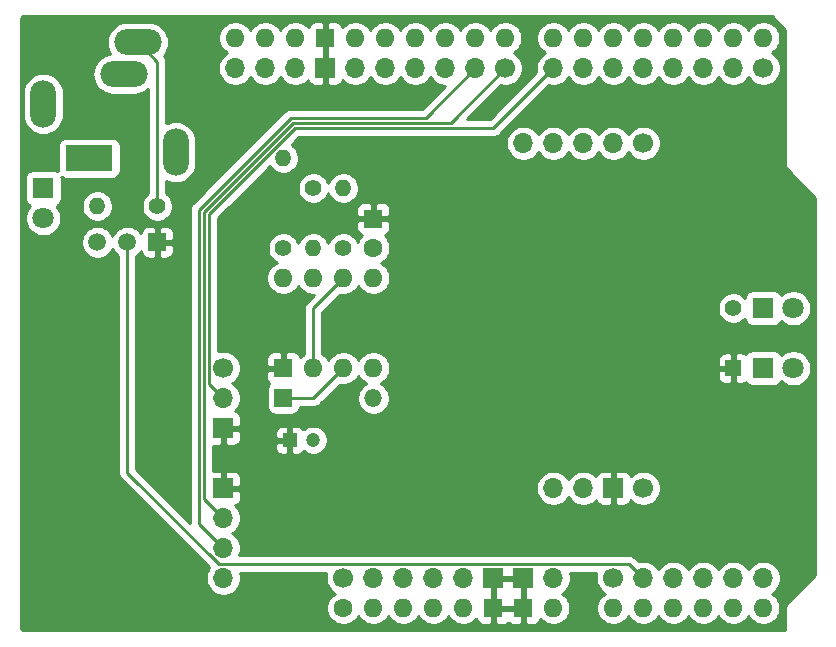
<source format=gbl>
%TF.GenerationSoftware,KiCad,Pcbnew,(5.1.12)-1*%
%TF.CreationDate,2022-07-01T18:07:02+09:00*%
%TF.ProjectId,WemosD1Shield,57656d6f-7344-4315-9368-69656c642e6b,rev?*%
%TF.SameCoordinates,Original*%
%TF.FileFunction,Copper,L2,Bot*%
%TF.FilePolarity,Positive*%
%FSLAX46Y46*%
G04 Gerber Fmt 4.6, Leading zero omitted, Abs format (unit mm)*
G04 Created by KiCad (PCBNEW (5.1.12)-1) date 2022-07-01 18:07:02*
%MOMM*%
%LPD*%
G01*
G04 APERTURE LIST*
%TA.AperFunction,ComponentPad*%
%ADD10O,1.600000X1.600000*%
%TD*%
%TA.AperFunction,ComponentPad*%
%ADD11R,1.600000X1.600000*%
%TD*%
%TA.AperFunction,ComponentPad*%
%ADD12C,1.600000*%
%TD*%
%TA.AperFunction,ComponentPad*%
%ADD13O,1.400000X1.400000*%
%TD*%
%TA.AperFunction,ComponentPad*%
%ADD14C,1.400000*%
%TD*%
%TA.AperFunction,ComponentPad*%
%ADD15R,1.500000X1.500000*%
%TD*%
%TA.AperFunction,ComponentPad*%
%ADD16C,1.500000*%
%TD*%
%TA.AperFunction,ComponentPad*%
%ADD17R,1.700000X1.700000*%
%TD*%
%TA.AperFunction,ComponentPad*%
%ADD18O,1.700000X1.700000*%
%TD*%
%TA.AperFunction,ComponentPad*%
%ADD19C,1.700000*%
%TD*%
%TA.AperFunction,ComponentPad*%
%ADD20R,1.400000X1.400000*%
%TD*%
%TA.AperFunction,ComponentPad*%
%ADD21O,2.200000X4.000000*%
%TD*%
%TA.AperFunction,ComponentPad*%
%ADD22O,4.000000X2.200000*%
%TD*%
%TA.AperFunction,ComponentPad*%
%ADD23R,4.000000X2.200000*%
%TD*%
%TA.AperFunction,ComponentPad*%
%ADD24C,1.800000*%
%TD*%
%TA.AperFunction,ComponentPad*%
%ADD25R,1.800000X1.800000*%
%TD*%
%TA.AperFunction,ComponentPad*%
%ADD26O,1.500000X1.500000*%
%TD*%
%TA.AperFunction,ComponentPad*%
%ADD27R,1.200000X1.200000*%
%TD*%
%TA.AperFunction,ComponentPad*%
%ADD28C,1.200000*%
%TD*%
%TA.AperFunction,Conductor*%
%ADD29C,0.250000*%
%TD*%
%TA.AperFunction,Conductor*%
%ADD30C,0.254000*%
%TD*%
%TA.AperFunction,Conductor*%
%ADD31C,0.100000*%
%TD*%
G04 APERTURE END LIST*
D10*
%TO.P,A1,16*%
%TO.N,Net-(A1-Pad16)*%
X175260000Y-86360000D03*
%TO.P,A1,15*%
%TO.N,Net-(A1-Pad15)*%
X177800000Y-86360000D03*
%TO.P,A1,30*%
%TO.N,Net-(A1-Pad30)*%
X138180000Y-86360000D03*
%TO.P,A1,14*%
%TO.N,Net-(A1-Pad14)*%
X177800000Y-134620000D03*
D11*
%TO.P,A1,29*%
%TO.N,GND*%
X140720000Y-86360000D03*
D10*
%TO.P,A1,13*%
%TO.N,Net-(A1-Pad13)*%
X175260000Y-134620000D03*
%TO.P,A1,28*%
%TO.N,Net-(A1-Pad28)*%
X143260000Y-86360000D03*
%TO.P,A1,12*%
%TO.N,Net-(A1-Pad12)*%
X172720000Y-134620000D03*
%TO.P,A1,27*%
%TO.N,Net-(A1-Pad27)*%
X145800000Y-86360000D03*
%TO.P,A1,11*%
%TO.N,Net-(A1-Pad11)*%
X170180000Y-134620000D03*
%TO.P,A1,26*%
%TO.N,Net-(A1-Pad26)*%
X148340000Y-86360000D03*
%TO.P,A1,10*%
%TO.N,Net-(A1-Pad10)*%
X167640000Y-134620000D03*
%TO.P,A1,25*%
%TO.N,Net-(A1-Pad25)*%
X150880000Y-86360000D03*
%TO.P,A1,9*%
%TO.N,Net-(A1-Pad9)*%
X165100000Y-134620000D03*
%TO.P,A1,24*%
%TO.N,Net-(A1-Pad24)*%
X153420000Y-86360000D03*
%TO.P,A1,8*%
%TO.N,Net-(A1-Pad8)*%
X160020000Y-134620000D03*
%TO.P,A1,23*%
%TO.N,Net-(A1-Pad23)*%
X155960000Y-86360000D03*
D11*
%TO.P,A1,7*%
%TO.N,GND*%
X157480000Y-134620000D03*
D10*
%TO.P,A1,22*%
%TO.N,Net-(A1-Pad22)*%
X160020000Y-86360000D03*
D11*
%TO.P,A1,6*%
%TO.N,GND*%
X154940000Y-134620000D03*
D10*
%TO.P,A1,21*%
%TO.N,Net-(A1-Pad21)*%
X162560000Y-86360000D03*
%TO.P,A1,5*%
%TO.N,VCC*%
X152400000Y-134620000D03*
%TO.P,A1,20*%
%TO.N,Net-(A1-Pad20)*%
X165100000Y-86360000D03*
%TO.P,A1,4*%
%TO.N,Net-(A1-Pad4)*%
X149860000Y-134620000D03*
%TO.P,A1,19*%
%TO.N,Net-(A1-Pad19)*%
X167640000Y-86360000D03*
%TO.P,A1,3*%
%TO.N,Net-(A1-Pad3)*%
X147320000Y-134620000D03*
%TO.P,A1,18*%
%TO.N,Net-(A1-Pad18)*%
X170180000Y-86360000D03*
%TO.P,A1,2*%
%TO.N,Net-(A1-Pad2)*%
X144780000Y-134620000D03*
%TO.P,A1,17*%
%TO.N,Net-(A1-Pad17)*%
X172720000Y-86360000D03*
D12*
%TO.P,A1,1*%
%TO.N,Net-(A1-Pad1)*%
X142240000Y-134620000D03*
D10*
%TO.P,A1,31*%
%TO.N,Net-(A1-Pad31)*%
X135640000Y-86360000D03*
%TO.P,A1,32*%
%TO.N,Net-(A1-Pad32)*%
X133100000Y-86360000D03*
%TD*%
D13*
%TO.P,4.7k,2*%
%TO.N,Net-(C1-Pad1)*%
X139700000Y-104140000D03*
D14*
%TO.P,4.7k,1*%
%TO.N,Net-(R4-Pad2)*%
X139700000Y-99060000D03*
%TD*%
D13*
%TO.P,10M,2*%
%TO.N,Net-(R4-Pad2)*%
X137160000Y-96520000D03*
D14*
%TO.P,10M,1*%
%TO.N,VCC*%
X137160000Y-104140000D03*
%TD*%
D11*
%TO.P,0.1uF,2*%
%TO.N,GND*%
X144780000Y-101640000D03*
D12*
%TO.P,0.1uF,1*%
%TO.N,Net-(C2-Pad1)*%
X144780000Y-104140000D03*
%TD*%
D15*
%TO.P,2N7000,1*%
%TO.N,GND*%
X126492000Y-103632000D03*
D16*
%TO.P,2N7000,3*%
%TO.N,Net-(Q2-Pad3)*%
X121412000Y-103632000D03*
%TO.P,2N7000,2*%
%TO.N,Net-(A1-Pad10)*%
X123952000Y-103632000D03*
%TD*%
D17*
%TO.P,DHT22,3*%
%TO.N,GND*%
X132080000Y-119380000D03*
D18*
%TO.P,DHT22,2*%
%TO.N,Net-(A1-Pad22)*%
X132080000Y-116840000D03*
D19*
%TO.P,DHT22,1*%
%TO.N,VCC*%
X132080000Y-114300000D03*
%TD*%
D18*
%TO.P,VCC,4*%
%TO.N,Net-(J8-Pad4)*%
X160020000Y-124460000D03*
%TO.P,VCC,3*%
%TO.N,Net-(J8-Pad3)*%
X162560000Y-124460000D03*
D17*
%TO.P,VCC,2*%
%TO.N,GND*%
X165100000Y-124460000D03*
D19*
%TO.P,VCC,1*%
%TO.N,VCC*%
X167640000Y-124460000D03*
%TD*%
D18*
%TO.P,Rx,5*%
%TO.N,Net-(J7-Pad5)*%
X157480000Y-95250000D03*
%TO.P,Rx,4*%
%TO.N,Net-(J7-Pad4)*%
X160020000Y-95250000D03*
%TO.P,Rx,3*%
%TO.N,Net-(A1-Pad20)*%
X162560000Y-95250000D03*
%TO.P,Rx,2*%
%TO.N,Net-(A1-Pad19)*%
X165100000Y-95250000D03*
D19*
%TO.P,Rx,1*%
%TO.N,Net-(J7-Pad1)*%
X167640000Y-95250000D03*
%TD*%
D10*
%TO.P,NE555,8*%
%TO.N,VCC*%
X137160000Y-106680000D03*
%TO.P,NE555,4*%
X144780000Y-114300000D03*
%TO.P,NE555,7*%
%TO.N,Net-(R4-Pad2)*%
X139700000Y-106680000D03*
%TO.P,NE555,3*%
%TO.N,Net-(D4-Pad1)*%
X142240000Y-114300000D03*
%TO.P,NE555,6*%
%TO.N,Net-(C1-Pad1)*%
X142240000Y-106680000D03*
%TO.P,NE555,2*%
X139700000Y-114300000D03*
%TO.P,NE555,5*%
%TO.N,Net-(C2-Pad1)*%
X144780000Y-106680000D03*
D11*
%TO.P,NE555,1*%
%TO.N,GND*%
X137160000Y-114300000D03*
%TD*%
D20*
%TO.P,330,2*%
%TO.N,GND*%
X175260000Y-114300000D03*
D14*
%TO.P,330,1*%
%TO.N,Net-(D1-Pad1)*%
X175260000Y-109220000D03*
%TD*%
D13*
%TO.P,330,2*%
%TO.N,Net-(A1-Pad21)*%
X142240000Y-99060000D03*
D14*
%TO.P,330,1*%
%TO.N,Net-(C1-Pad1)*%
X142240000Y-104140000D03*
%TD*%
D13*
%TO.P,100,2*%
%TO.N,Net-(Q2-Pad3)*%
X121412000Y-100584000D03*
D14*
%TO.P,100,1*%
%TO.N,Net-(J6-PadR)*%
X126492000Y-100584000D03*
%TD*%
D21*
%TO.P,AudioJack,S*%
%TO.N,Net-(J6-PadS)*%
X116840000Y-91920000D03*
D22*
%TO.P,AudioJack,R*%
%TO.N,Net-(J6-PadR)*%
X124840000Y-86720000D03*
%TO.P,AudioJack,RN*%
%TO.N,Net-(D5-Pad1)*%
X123640000Y-89420000D03*
D21*
%TO.P,AudioJack,TN*%
%TO.N,VCC*%
X128040000Y-96020000D03*
D23*
%TO.P,AudioJack,T*%
X120740000Y-96520000D03*
%TD*%
D18*
%TO.P,Relay,4*%
%TO.N,VCC*%
X132080000Y-132080000D03*
%TO.P,Relay,3*%
%TO.N,Net-(A1-Pad24)*%
X132080000Y-129540000D03*
%TO.P,Relay,2*%
%TO.N,Net-(A1-Pad23)*%
X132080000Y-127000000D03*
D17*
%TO.P,Relay,1*%
%TO.N,GND*%
X132080000Y-124460000D03*
%TD*%
D18*
%TO.P,J4,10*%
%TO.N,Net-(A1-Pad32)*%
X133096000Y-88900000D03*
%TO.P,J4,9*%
%TO.N,Net-(A1-Pad31)*%
X135636000Y-88900000D03*
%TO.P,J4,8*%
%TO.N,Net-(A1-Pad30)*%
X138176000Y-88900000D03*
D17*
%TO.P,J4,7*%
%TO.N,GND*%
X140716000Y-88900000D03*
D18*
%TO.P,J4,6*%
%TO.N,Net-(A1-Pad28)*%
X143256000Y-88900000D03*
%TO.P,J4,5*%
%TO.N,Net-(A1-Pad27)*%
X145796000Y-88900000D03*
%TO.P,J4,4*%
%TO.N,Net-(A1-Pad26)*%
X148336000Y-88900000D03*
%TO.P,J4,3*%
%TO.N,Net-(A1-Pad25)*%
X150876000Y-88900000D03*
%TO.P,J4,2*%
%TO.N,Net-(A1-Pad24)*%
X153416000Y-88900000D03*
D19*
%TO.P,J4,1*%
%TO.N,Net-(A1-Pad23)*%
X155956000Y-88900000D03*
%TD*%
D18*
%TO.P,J3,8*%
%TO.N,Net-(A1-Pad22)*%
X160020000Y-88900000D03*
%TO.P,J3,7*%
%TO.N,Net-(A1-Pad21)*%
X162560000Y-88900000D03*
%TO.P,J3,6*%
%TO.N,Net-(A1-Pad20)*%
X165100000Y-88900000D03*
%TO.P,J3,5*%
%TO.N,Net-(A1-Pad19)*%
X167640000Y-88900000D03*
%TO.P,J3,4*%
%TO.N,Net-(A1-Pad18)*%
X170180000Y-88900000D03*
%TO.P,J3,3*%
%TO.N,Net-(A1-Pad17)*%
X172720000Y-88900000D03*
%TO.P,J3,2*%
%TO.N,Net-(A1-Pad16)*%
X175260000Y-88900000D03*
D19*
%TO.P,J3,1*%
%TO.N,Net-(A1-Pad15)*%
X177800000Y-88900000D03*
%TD*%
D18*
%TO.P,04,6*%
%TO.N,Net-(A1-Pad14)*%
X177800000Y-132080000D03*
%TO.P,04,5*%
%TO.N,Net-(A1-Pad13)*%
X175260000Y-132080000D03*
%TO.P,04,4*%
%TO.N,Net-(A1-Pad12)*%
X172720000Y-132080000D03*
%TO.P,04,3*%
%TO.N,Net-(A1-Pad11)*%
X170180000Y-132080000D03*
%TO.P,04,2*%
%TO.N,Net-(A1-Pad10)*%
X167640000Y-132080000D03*
D19*
%TO.P,04,1*%
%TO.N,Net-(A1-Pad9)*%
X165100000Y-132080000D03*
%TD*%
D18*
%TO.P,RST,8*%
%TO.N,Net-(A1-Pad8)*%
X160020000Y-132080000D03*
D17*
%TO.P,RST,7*%
%TO.N,GND*%
X157480000Y-132080000D03*
%TO.P,RST,6*%
X154940000Y-132080000D03*
D18*
%TO.P,RST,5*%
%TO.N,VCC*%
X152400000Y-132080000D03*
%TO.P,RST,4*%
%TO.N,Net-(A1-Pad4)*%
X149860000Y-132080000D03*
%TO.P,RST,3*%
%TO.N,Net-(A1-Pad3)*%
X147320000Y-132080000D03*
%TO.P,RST,2*%
%TO.N,Net-(A1-Pad2)*%
X144780000Y-132080000D03*
D19*
%TO.P,RST,1*%
%TO.N,Net-(J1-Pad1)*%
X142240000Y-132080000D03*
%TD*%
D24*
%TO.P,IR LED,2*%
%TO.N,VCC*%
X116840000Y-101600000D03*
D25*
%TO.P,IR LED,1*%
%TO.N,Net-(D5-Pad1)*%
X116840000Y-99060000D03*
%TD*%
D26*
%TO.P,1N4001,2*%
%TO.N,Net-(A1-Pad3)*%
X144780000Y-116840000D03*
D15*
%TO.P,1N4001,1*%
%TO.N,Net-(D4-Pad1)*%
X137160000Y-116840000D03*
%TD*%
D24*
%TO.P,LED2,2*%
%TO.N,Net-(A1-Pad18)*%
X180340000Y-109220000D03*
D25*
%TO.P,LED2,1*%
%TO.N,Net-(D1-Pad1)*%
X177800000Y-109220000D03*
%TD*%
D24*
%TO.P,LED1,2*%
%TO.N,Net-(A1-Pad17)*%
X180340000Y-114300000D03*
D25*
%TO.P,LED1,1*%
%TO.N,Net-(D1-Pad1)*%
X177800000Y-114300000D03*
%TD*%
D27*
%TO.P,22uF,2*%
%TO.N,GND*%
X137700000Y-120396000D03*
D28*
%TO.P,22uF,1*%
%TO.N,Net-(C1-Pad1)*%
X139700000Y-120396000D03*
%TD*%
D29*
%TO.N,Net-(A1-Pad10)*%
X166464999Y-130904999D02*
X167640000Y-132080000D01*
X131705997Y-130904999D02*
X166464999Y-130904999D01*
X123952000Y-123151002D02*
X131705997Y-130904999D01*
X123952000Y-103632000D02*
X123952000Y-123151002D01*
%TO.N,Net-(A1-Pad24)*%
X149236018Y-93079982D02*
X137810196Y-93079982D01*
X153416000Y-88900000D02*
X149236018Y-93079982D01*
X130004980Y-127464980D02*
X132080000Y-129540000D01*
X130004980Y-100885198D02*
X130004980Y-127464980D01*
X137810196Y-93079982D02*
X130004980Y-100885198D01*
%TO.N,Net-(A1-Pad23)*%
X130904999Y-125824999D02*
X132080000Y-127000000D01*
X155956000Y-88900000D02*
X155155002Y-88900000D01*
X130454989Y-125374989D02*
X132080000Y-127000000D01*
X137996597Y-93529991D02*
X130454989Y-101071599D01*
X130454989Y-101071599D02*
X130454989Y-125374989D01*
X151326008Y-93529992D02*
X137996597Y-93529991D01*
X155956000Y-88900000D02*
X151326008Y-93529992D01*
%TO.N,Net-(A1-Pad22)*%
X160020000Y-88900000D02*
X154940000Y-93980000D01*
X130904999Y-115664999D02*
X132080000Y-116840000D01*
X130904999Y-101257999D02*
X130904999Y-115664999D01*
X138182998Y-93980000D02*
X130904999Y-101257999D01*
X154940000Y-93980000D02*
X138182998Y-93980000D01*
%TO.N,Net-(C1-Pad1)*%
X139700000Y-109220000D02*
X142240000Y-106680000D01*
X139700000Y-114300000D02*
X139700000Y-109220000D01*
%TO.N,Net-(D4-Pad1)*%
X139700000Y-116840000D02*
X142240000Y-114300000D01*
X137160000Y-116840000D02*
X139700000Y-116840000D01*
%TO.N,Net-(J6-PadR)*%
X126492000Y-88372000D02*
X124840000Y-86720000D01*
X126492000Y-100584000D02*
X126492000Y-88372000D01*
%TD*%
D30*
%TO.N,GND*%
X179655000Y-85627736D02*
X179655001Y-96994351D01*
X179651687Y-97028000D01*
X179664912Y-97162283D01*
X179694591Y-97260119D01*
X179704082Y-97291406D01*
X179767689Y-97410407D01*
X179792175Y-97440243D01*
X179831840Y-97488576D01*
X179831847Y-97488583D01*
X179853290Y-97514711D01*
X179879418Y-97536154D01*
X182195000Y-99851736D01*
X182195001Y-131796263D01*
X179879418Y-134111846D01*
X179853289Y-134133290D01*
X179831846Y-134159418D01*
X179831840Y-134159424D01*
X179797525Y-134201238D01*
X179767688Y-134237594D01*
X179704081Y-134356595D01*
X179676794Y-134446548D01*
X179667052Y-134478665D01*
X179664912Y-134485718D01*
X179655000Y-134586354D01*
X179655000Y-134586361D01*
X179651687Y-134620000D01*
X179655000Y-134653640D01*
X179655001Y-136475000D01*
X115091736Y-136475000D01*
X114985000Y-136368264D01*
X114985000Y-103495589D01*
X120027000Y-103495589D01*
X120027000Y-103768411D01*
X120080225Y-104035989D01*
X120184629Y-104288043D01*
X120336201Y-104514886D01*
X120529114Y-104707799D01*
X120755957Y-104859371D01*
X121008011Y-104963775D01*
X121275589Y-105017000D01*
X121548411Y-105017000D01*
X121815989Y-104963775D01*
X122068043Y-104859371D01*
X122294886Y-104707799D01*
X122487799Y-104514886D01*
X122639371Y-104288043D01*
X122682000Y-104185127D01*
X122724629Y-104288043D01*
X122876201Y-104514886D01*
X123069114Y-104707799D01*
X123192000Y-104789909D01*
X123192001Y-123113669D01*
X123188324Y-123151002D01*
X123202998Y-123299987D01*
X123246454Y-123443248D01*
X123317026Y-123575278D01*
X123388201Y-123662004D01*
X123412000Y-123691003D01*
X123440998Y-123714801D01*
X130899704Y-131173508D01*
X130764010Y-131376589D01*
X130652068Y-131646842D01*
X130595000Y-131933740D01*
X130595000Y-132226260D01*
X130652068Y-132513158D01*
X130764010Y-132783411D01*
X130926525Y-133026632D01*
X131133368Y-133233475D01*
X131376589Y-133395990D01*
X131646842Y-133507932D01*
X131933740Y-133565000D01*
X132226260Y-133565000D01*
X132513158Y-133507932D01*
X132783411Y-133395990D01*
X133026632Y-133233475D01*
X133233475Y-133026632D01*
X133395990Y-132783411D01*
X133507932Y-132513158D01*
X133565000Y-132226260D01*
X133565000Y-131933740D01*
X133511544Y-131664999D01*
X140808456Y-131664999D01*
X140755000Y-131933740D01*
X140755000Y-132226260D01*
X140812068Y-132513158D01*
X140924010Y-132783411D01*
X141086525Y-133026632D01*
X141293368Y-133233475D01*
X141512759Y-133380068D01*
X141325241Y-133505363D01*
X141125363Y-133705241D01*
X140968320Y-133940273D01*
X140860147Y-134201426D01*
X140805000Y-134478665D01*
X140805000Y-134761335D01*
X140860147Y-135038574D01*
X140968320Y-135299727D01*
X141125363Y-135534759D01*
X141325241Y-135734637D01*
X141560273Y-135891680D01*
X141821426Y-135999853D01*
X142098665Y-136055000D01*
X142381335Y-136055000D01*
X142658574Y-135999853D01*
X142919727Y-135891680D01*
X143154759Y-135734637D01*
X143354637Y-135534759D01*
X143510000Y-135302241D01*
X143665363Y-135534759D01*
X143865241Y-135734637D01*
X144100273Y-135891680D01*
X144361426Y-135999853D01*
X144638665Y-136055000D01*
X144921335Y-136055000D01*
X145198574Y-135999853D01*
X145459727Y-135891680D01*
X145694759Y-135734637D01*
X145894637Y-135534759D01*
X146050000Y-135302241D01*
X146205363Y-135534759D01*
X146405241Y-135734637D01*
X146640273Y-135891680D01*
X146901426Y-135999853D01*
X147178665Y-136055000D01*
X147461335Y-136055000D01*
X147738574Y-135999853D01*
X147999727Y-135891680D01*
X148234759Y-135734637D01*
X148434637Y-135534759D01*
X148590000Y-135302241D01*
X148745363Y-135534759D01*
X148945241Y-135734637D01*
X149180273Y-135891680D01*
X149441426Y-135999853D01*
X149718665Y-136055000D01*
X150001335Y-136055000D01*
X150278574Y-135999853D01*
X150539727Y-135891680D01*
X150774759Y-135734637D01*
X150974637Y-135534759D01*
X151130000Y-135302241D01*
X151285363Y-135534759D01*
X151485241Y-135734637D01*
X151720273Y-135891680D01*
X151981426Y-135999853D01*
X152258665Y-136055000D01*
X152541335Y-136055000D01*
X152818574Y-135999853D01*
X153079727Y-135891680D01*
X153314759Y-135734637D01*
X153513357Y-135536039D01*
X153514188Y-135544482D01*
X153550498Y-135664180D01*
X153609463Y-135774494D01*
X153688815Y-135871185D01*
X153785506Y-135950537D01*
X153895820Y-136009502D01*
X154015518Y-136045812D01*
X154140000Y-136058072D01*
X154654250Y-136055000D01*
X154813000Y-135896250D01*
X154813000Y-134747000D01*
X155067000Y-134747000D01*
X155067000Y-135896250D01*
X155225750Y-136055000D01*
X155740000Y-136058072D01*
X155864482Y-136045812D01*
X155984180Y-136009502D01*
X156094494Y-135950537D01*
X156191185Y-135871185D01*
X156210000Y-135848259D01*
X156228815Y-135871185D01*
X156325506Y-135950537D01*
X156435820Y-136009502D01*
X156555518Y-136045812D01*
X156680000Y-136058072D01*
X157194250Y-136055000D01*
X157353000Y-135896250D01*
X157353000Y-134747000D01*
X155067000Y-134747000D01*
X154813000Y-134747000D01*
X154793000Y-134747000D01*
X154793000Y-134493000D01*
X154813000Y-134493000D01*
X154813000Y-132207000D01*
X155067000Y-132207000D01*
X155067000Y-134493000D01*
X157353000Y-134493000D01*
X157353000Y-132207000D01*
X155067000Y-132207000D01*
X154813000Y-132207000D01*
X154793000Y-132207000D01*
X154793000Y-131953000D01*
X154813000Y-131953000D01*
X154813000Y-131933000D01*
X155067000Y-131933000D01*
X155067000Y-131953000D01*
X157353000Y-131953000D01*
X157353000Y-131933000D01*
X157607000Y-131933000D01*
X157607000Y-131953000D01*
X157627000Y-131953000D01*
X157627000Y-132207000D01*
X157607000Y-132207000D01*
X157607000Y-134493000D01*
X157627000Y-134493000D01*
X157627000Y-134747000D01*
X157607000Y-134747000D01*
X157607000Y-135896250D01*
X157765750Y-136055000D01*
X158280000Y-136058072D01*
X158404482Y-136045812D01*
X158524180Y-136009502D01*
X158634494Y-135950537D01*
X158731185Y-135871185D01*
X158810537Y-135774494D01*
X158869502Y-135664180D01*
X158905812Y-135544482D01*
X158906643Y-135536039D01*
X159105241Y-135734637D01*
X159340273Y-135891680D01*
X159601426Y-135999853D01*
X159878665Y-136055000D01*
X160161335Y-136055000D01*
X160438574Y-135999853D01*
X160699727Y-135891680D01*
X160934759Y-135734637D01*
X161134637Y-135534759D01*
X161291680Y-135299727D01*
X161399853Y-135038574D01*
X161455000Y-134761335D01*
X161455000Y-134478665D01*
X161399853Y-134201426D01*
X161291680Y-133940273D01*
X161134637Y-133705241D01*
X160934759Y-133505363D01*
X160747241Y-133380068D01*
X160966632Y-133233475D01*
X161173475Y-133026632D01*
X161335990Y-132783411D01*
X161447932Y-132513158D01*
X161505000Y-132226260D01*
X161505000Y-131933740D01*
X161451544Y-131664999D01*
X163668456Y-131664999D01*
X163615000Y-131933740D01*
X163615000Y-132226260D01*
X163672068Y-132513158D01*
X163784010Y-132783411D01*
X163946525Y-133026632D01*
X164153368Y-133233475D01*
X164372759Y-133380068D01*
X164185241Y-133505363D01*
X163985363Y-133705241D01*
X163828320Y-133940273D01*
X163720147Y-134201426D01*
X163665000Y-134478665D01*
X163665000Y-134761335D01*
X163720147Y-135038574D01*
X163828320Y-135299727D01*
X163985363Y-135534759D01*
X164185241Y-135734637D01*
X164420273Y-135891680D01*
X164681426Y-135999853D01*
X164958665Y-136055000D01*
X165241335Y-136055000D01*
X165518574Y-135999853D01*
X165779727Y-135891680D01*
X166014759Y-135734637D01*
X166214637Y-135534759D01*
X166370000Y-135302241D01*
X166525363Y-135534759D01*
X166725241Y-135734637D01*
X166960273Y-135891680D01*
X167221426Y-135999853D01*
X167498665Y-136055000D01*
X167781335Y-136055000D01*
X168058574Y-135999853D01*
X168319727Y-135891680D01*
X168554759Y-135734637D01*
X168754637Y-135534759D01*
X168910000Y-135302241D01*
X169065363Y-135534759D01*
X169265241Y-135734637D01*
X169500273Y-135891680D01*
X169761426Y-135999853D01*
X170038665Y-136055000D01*
X170321335Y-136055000D01*
X170598574Y-135999853D01*
X170859727Y-135891680D01*
X171094759Y-135734637D01*
X171294637Y-135534759D01*
X171450000Y-135302241D01*
X171605363Y-135534759D01*
X171805241Y-135734637D01*
X172040273Y-135891680D01*
X172301426Y-135999853D01*
X172578665Y-136055000D01*
X172861335Y-136055000D01*
X173138574Y-135999853D01*
X173399727Y-135891680D01*
X173634759Y-135734637D01*
X173834637Y-135534759D01*
X173990000Y-135302241D01*
X174145363Y-135534759D01*
X174345241Y-135734637D01*
X174580273Y-135891680D01*
X174841426Y-135999853D01*
X175118665Y-136055000D01*
X175401335Y-136055000D01*
X175678574Y-135999853D01*
X175939727Y-135891680D01*
X176174759Y-135734637D01*
X176374637Y-135534759D01*
X176530000Y-135302241D01*
X176685363Y-135534759D01*
X176885241Y-135734637D01*
X177120273Y-135891680D01*
X177381426Y-135999853D01*
X177658665Y-136055000D01*
X177941335Y-136055000D01*
X178218574Y-135999853D01*
X178479727Y-135891680D01*
X178714759Y-135734637D01*
X178914637Y-135534759D01*
X179071680Y-135299727D01*
X179179853Y-135038574D01*
X179235000Y-134761335D01*
X179235000Y-134478665D01*
X179179853Y-134201426D01*
X179071680Y-133940273D01*
X178914637Y-133705241D01*
X178714759Y-133505363D01*
X178527241Y-133380068D01*
X178746632Y-133233475D01*
X178953475Y-133026632D01*
X179115990Y-132783411D01*
X179227932Y-132513158D01*
X179285000Y-132226260D01*
X179285000Y-131933740D01*
X179227932Y-131646842D01*
X179115990Y-131376589D01*
X178953475Y-131133368D01*
X178746632Y-130926525D01*
X178503411Y-130764010D01*
X178233158Y-130652068D01*
X177946260Y-130595000D01*
X177653740Y-130595000D01*
X177366842Y-130652068D01*
X177096589Y-130764010D01*
X176853368Y-130926525D01*
X176646525Y-131133368D01*
X176530000Y-131307760D01*
X176413475Y-131133368D01*
X176206632Y-130926525D01*
X175963411Y-130764010D01*
X175693158Y-130652068D01*
X175406260Y-130595000D01*
X175113740Y-130595000D01*
X174826842Y-130652068D01*
X174556589Y-130764010D01*
X174313368Y-130926525D01*
X174106525Y-131133368D01*
X173990000Y-131307760D01*
X173873475Y-131133368D01*
X173666632Y-130926525D01*
X173423411Y-130764010D01*
X173153158Y-130652068D01*
X172866260Y-130595000D01*
X172573740Y-130595000D01*
X172286842Y-130652068D01*
X172016589Y-130764010D01*
X171773368Y-130926525D01*
X171566525Y-131133368D01*
X171450000Y-131307760D01*
X171333475Y-131133368D01*
X171126632Y-130926525D01*
X170883411Y-130764010D01*
X170613158Y-130652068D01*
X170326260Y-130595000D01*
X170033740Y-130595000D01*
X169746842Y-130652068D01*
X169476589Y-130764010D01*
X169233368Y-130926525D01*
X169026525Y-131133368D01*
X168910000Y-131307760D01*
X168793475Y-131133368D01*
X168586632Y-130926525D01*
X168343411Y-130764010D01*
X168073158Y-130652068D01*
X167786260Y-130595000D01*
X167493740Y-130595000D01*
X167273592Y-130638791D01*
X167028803Y-130394002D01*
X167005000Y-130364998D01*
X166889275Y-130270025D01*
X166757246Y-130199453D01*
X166613985Y-130155996D01*
X166502332Y-130144999D01*
X166502321Y-130144999D01*
X166464999Y-130141323D01*
X166427677Y-130144999D01*
X133436753Y-130144999D01*
X133507932Y-129973158D01*
X133565000Y-129686260D01*
X133565000Y-129393740D01*
X133507932Y-129106842D01*
X133395990Y-128836589D01*
X133233475Y-128593368D01*
X133026632Y-128386525D01*
X132852240Y-128270000D01*
X133026632Y-128153475D01*
X133233475Y-127946632D01*
X133395990Y-127703411D01*
X133507932Y-127433158D01*
X133565000Y-127146260D01*
X133565000Y-126853740D01*
X133507932Y-126566842D01*
X133395990Y-126296589D01*
X133233475Y-126053368D01*
X133101620Y-125921513D01*
X133174180Y-125899502D01*
X133284494Y-125840537D01*
X133381185Y-125761185D01*
X133460537Y-125664494D01*
X133519502Y-125554180D01*
X133555812Y-125434482D01*
X133568072Y-125310000D01*
X133565000Y-124745750D01*
X133406250Y-124587000D01*
X132207000Y-124587000D01*
X132207000Y-124607000D01*
X131953000Y-124607000D01*
X131953000Y-124587000D01*
X131933000Y-124587000D01*
X131933000Y-124333000D01*
X131953000Y-124333000D01*
X131953000Y-123133750D01*
X132207000Y-123133750D01*
X132207000Y-124333000D01*
X133406250Y-124333000D01*
X133425510Y-124313740D01*
X158535000Y-124313740D01*
X158535000Y-124606260D01*
X158592068Y-124893158D01*
X158704010Y-125163411D01*
X158866525Y-125406632D01*
X159073368Y-125613475D01*
X159316589Y-125775990D01*
X159586842Y-125887932D01*
X159873740Y-125945000D01*
X160166260Y-125945000D01*
X160453158Y-125887932D01*
X160723411Y-125775990D01*
X160966632Y-125613475D01*
X161173475Y-125406632D01*
X161290000Y-125232240D01*
X161406525Y-125406632D01*
X161613368Y-125613475D01*
X161856589Y-125775990D01*
X162126842Y-125887932D01*
X162413740Y-125945000D01*
X162706260Y-125945000D01*
X162993158Y-125887932D01*
X163263411Y-125775990D01*
X163506632Y-125613475D01*
X163638487Y-125481620D01*
X163660498Y-125554180D01*
X163719463Y-125664494D01*
X163798815Y-125761185D01*
X163895506Y-125840537D01*
X164005820Y-125899502D01*
X164125518Y-125935812D01*
X164250000Y-125948072D01*
X164814250Y-125945000D01*
X164973000Y-125786250D01*
X164973000Y-124587000D01*
X164953000Y-124587000D01*
X164953000Y-124333000D01*
X164973000Y-124333000D01*
X164973000Y-123133750D01*
X165227000Y-123133750D01*
X165227000Y-124333000D01*
X165247000Y-124333000D01*
X165247000Y-124587000D01*
X165227000Y-124587000D01*
X165227000Y-125786250D01*
X165385750Y-125945000D01*
X165950000Y-125948072D01*
X166074482Y-125935812D01*
X166194180Y-125899502D01*
X166304494Y-125840537D01*
X166401185Y-125761185D01*
X166480537Y-125664494D01*
X166539502Y-125554180D01*
X166561513Y-125481620D01*
X166693368Y-125613475D01*
X166936589Y-125775990D01*
X167206842Y-125887932D01*
X167493740Y-125945000D01*
X167786260Y-125945000D01*
X168073158Y-125887932D01*
X168343411Y-125775990D01*
X168586632Y-125613475D01*
X168793475Y-125406632D01*
X168955990Y-125163411D01*
X169067932Y-124893158D01*
X169125000Y-124606260D01*
X169125000Y-124313740D01*
X169067932Y-124026842D01*
X168955990Y-123756589D01*
X168793475Y-123513368D01*
X168586632Y-123306525D01*
X168343411Y-123144010D01*
X168073158Y-123032068D01*
X167786260Y-122975000D01*
X167493740Y-122975000D01*
X167206842Y-123032068D01*
X166936589Y-123144010D01*
X166693368Y-123306525D01*
X166561513Y-123438380D01*
X166539502Y-123365820D01*
X166480537Y-123255506D01*
X166401185Y-123158815D01*
X166304494Y-123079463D01*
X166194180Y-123020498D01*
X166074482Y-122984188D01*
X165950000Y-122971928D01*
X165385750Y-122975000D01*
X165227000Y-123133750D01*
X164973000Y-123133750D01*
X164814250Y-122975000D01*
X164250000Y-122971928D01*
X164125518Y-122984188D01*
X164005820Y-123020498D01*
X163895506Y-123079463D01*
X163798815Y-123158815D01*
X163719463Y-123255506D01*
X163660498Y-123365820D01*
X163638487Y-123438380D01*
X163506632Y-123306525D01*
X163263411Y-123144010D01*
X162993158Y-123032068D01*
X162706260Y-122975000D01*
X162413740Y-122975000D01*
X162126842Y-123032068D01*
X161856589Y-123144010D01*
X161613368Y-123306525D01*
X161406525Y-123513368D01*
X161290000Y-123687760D01*
X161173475Y-123513368D01*
X160966632Y-123306525D01*
X160723411Y-123144010D01*
X160453158Y-123032068D01*
X160166260Y-122975000D01*
X159873740Y-122975000D01*
X159586842Y-123032068D01*
X159316589Y-123144010D01*
X159073368Y-123306525D01*
X158866525Y-123513368D01*
X158704010Y-123756589D01*
X158592068Y-124026842D01*
X158535000Y-124313740D01*
X133425510Y-124313740D01*
X133565000Y-124174250D01*
X133568072Y-123610000D01*
X133555812Y-123485518D01*
X133519502Y-123365820D01*
X133460537Y-123255506D01*
X133381185Y-123158815D01*
X133284494Y-123079463D01*
X133174180Y-123020498D01*
X133054482Y-122984188D01*
X132930000Y-122971928D01*
X132365750Y-122975000D01*
X132207000Y-123133750D01*
X131953000Y-123133750D01*
X131794250Y-122975000D01*
X131230000Y-122971928D01*
X131214989Y-122973406D01*
X131214989Y-120996000D01*
X136461928Y-120996000D01*
X136474188Y-121120482D01*
X136510498Y-121240180D01*
X136569463Y-121350494D01*
X136648815Y-121447185D01*
X136745506Y-121526537D01*
X136855820Y-121585502D01*
X136975518Y-121621812D01*
X137100000Y-121634072D01*
X137414250Y-121631000D01*
X137573000Y-121472250D01*
X137573000Y-120523000D01*
X136623750Y-120523000D01*
X136465000Y-120681750D01*
X136461928Y-120996000D01*
X131214989Y-120996000D01*
X131214989Y-120866594D01*
X131230000Y-120868072D01*
X131794250Y-120865000D01*
X131953000Y-120706250D01*
X131953000Y-119507000D01*
X132207000Y-119507000D01*
X132207000Y-120706250D01*
X132365750Y-120865000D01*
X132930000Y-120868072D01*
X133054482Y-120855812D01*
X133174180Y-120819502D01*
X133284494Y-120760537D01*
X133381185Y-120681185D01*
X133460537Y-120584494D01*
X133519502Y-120474180D01*
X133555812Y-120354482D01*
X133568072Y-120230000D01*
X133565710Y-119796000D01*
X136461928Y-119796000D01*
X136465000Y-120110250D01*
X136623750Y-120269000D01*
X137573000Y-120269000D01*
X137573000Y-119319750D01*
X137827000Y-119319750D01*
X137827000Y-120269000D01*
X137847000Y-120269000D01*
X137847000Y-120523000D01*
X137827000Y-120523000D01*
X137827000Y-121472250D01*
X137985750Y-121631000D01*
X138300000Y-121634072D01*
X138424482Y-121621812D01*
X138544180Y-121585502D01*
X138654494Y-121526537D01*
X138751185Y-121447185D01*
X138830537Y-121350494D01*
X138857499Y-121300053D01*
X138912733Y-121355287D01*
X139115008Y-121490443D01*
X139339764Y-121583540D01*
X139578363Y-121631000D01*
X139821637Y-121631000D01*
X140060236Y-121583540D01*
X140284992Y-121490443D01*
X140487267Y-121355287D01*
X140659287Y-121183267D01*
X140794443Y-120980992D01*
X140887540Y-120756236D01*
X140935000Y-120517637D01*
X140935000Y-120274363D01*
X140887540Y-120035764D01*
X140794443Y-119811008D01*
X140659287Y-119608733D01*
X140487267Y-119436713D01*
X140284992Y-119301557D01*
X140060236Y-119208460D01*
X139821637Y-119161000D01*
X139578363Y-119161000D01*
X139339764Y-119208460D01*
X139115008Y-119301557D01*
X138912733Y-119436713D01*
X138857499Y-119491947D01*
X138830537Y-119441506D01*
X138751185Y-119344815D01*
X138654494Y-119265463D01*
X138544180Y-119206498D01*
X138424482Y-119170188D01*
X138300000Y-119157928D01*
X137985750Y-119161000D01*
X137827000Y-119319750D01*
X137573000Y-119319750D01*
X137414250Y-119161000D01*
X137100000Y-119157928D01*
X136975518Y-119170188D01*
X136855820Y-119206498D01*
X136745506Y-119265463D01*
X136648815Y-119344815D01*
X136569463Y-119441506D01*
X136510498Y-119551820D01*
X136474188Y-119671518D01*
X136461928Y-119796000D01*
X133565710Y-119796000D01*
X133565000Y-119665750D01*
X133406250Y-119507000D01*
X132207000Y-119507000D01*
X131953000Y-119507000D01*
X131933000Y-119507000D01*
X131933000Y-119253000D01*
X131953000Y-119253000D01*
X131953000Y-119233000D01*
X132207000Y-119233000D01*
X132207000Y-119253000D01*
X133406250Y-119253000D01*
X133565000Y-119094250D01*
X133568072Y-118530000D01*
X133555812Y-118405518D01*
X133519502Y-118285820D01*
X133460537Y-118175506D01*
X133381185Y-118078815D01*
X133284494Y-117999463D01*
X133174180Y-117940498D01*
X133101620Y-117918487D01*
X133233475Y-117786632D01*
X133395990Y-117543411D01*
X133507932Y-117273158D01*
X133565000Y-116986260D01*
X133565000Y-116693740D01*
X133507932Y-116406842D01*
X133395990Y-116136589D01*
X133233475Y-115893368D01*
X133026632Y-115686525D01*
X132852240Y-115570000D01*
X133026632Y-115453475D01*
X133233475Y-115246632D01*
X133331451Y-115100000D01*
X135721928Y-115100000D01*
X135734188Y-115224482D01*
X135770498Y-115344180D01*
X135829463Y-115454494D01*
X135908815Y-115551185D01*
X135987204Y-115615517D01*
X135958815Y-115638815D01*
X135879463Y-115735506D01*
X135820498Y-115845820D01*
X135784188Y-115965518D01*
X135771928Y-116090000D01*
X135771928Y-117590000D01*
X135784188Y-117714482D01*
X135820498Y-117834180D01*
X135879463Y-117944494D01*
X135958815Y-118041185D01*
X136055506Y-118120537D01*
X136165820Y-118179502D01*
X136285518Y-118215812D01*
X136410000Y-118228072D01*
X137910000Y-118228072D01*
X138034482Y-118215812D01*
X138154180Y-118179502D01*
X138264494Y-118120537D01*
X138361185Y-118041185D01*
X138440537Y-117944494D01*
X138499502Y-117834180D01*
X138535812Y-117714482D01*
X138547087Y-117600000D01*
X139662678Y-117600000D01*
X139700000Y-117603676D01*
X139737322Y-117600000D01*
X139737333Y-117600000D01*
X139848986Y-117589003D01*
X139992247Y-117545546D01*
X140124276Y-117474974D01*
X140240001Y-117380001D01*
X140263804Y-117350997D01*
X141916114Y-115698688D01*
X142098665Y-115735000D01*
X142381335Y-115735000D01*
X142658574Y-115679853D01*
X142919727Y-115571680D01*
X143154759Y-115414637D01*
X143354637Y-115214759D01*
X143510000Y-114982241D01*
X143665363Y-115214759D01*
X143865241Y-115414637D01*
X144100273Y-115571680D01*
X144161545Y-115597060D01*
X144123957Y-115612629D01*
X143897114Y-115764201D01*
X143704201Y-115957114D01*
X143552629Y-116183957D01*
X143448225Y-116436011D01*
X143395000Y-116703589D01*
X143395000Y-116976411D01*
X143448225Y-117243989D01*
X143552629Y-117496043D01*
X143704201Y-117722886D01*
X143897114Y-117915799D01*
X144123957Y-118067371D01*
X144376011Y-118171775D01*
X144643589Y-118225000D01*
X144916411Y-118225000D01*
X145183989Y-118171775D01*
X145436043Y-118067371D01*
X145662886Y-117915799D01*
X145855799Y-117722886D01*
X146007371Y-117496043D01*
X146111775Y-117243989D01*
X146165000Y-116976411D01*
X146165000Y-116703589D01*
X146111775Y-116436011D01*
X146007371Y-116183957D01*
X145855799Y-115957114D01*
X145662886Y-115764201D01*
X145436043Y-115612629D01*
X145398455Y-115597060D01*
X145459727Y-115571680D01*
X145694759Y-115414637D01*
X145894637Y-115214759D01*
X146038134Y-115000000D01*
X173921928Y-115000000D01*
X173934188Y-115124482D01*
X173970498Y-115244180D01*
X174029463Y-115354494D01*
X174108815Y-115451185D01*
X174205506Y-115530537D01*
X174315820Y-115589502D01*
X174435518Y-115625812D01*
X174560000Y-115638072D01*
X174974250Y-115635000D01*
X175133000Y-115476250D01*
X175133000Y-114427000D01*
X174083750Y-114427000D01*
X173925000Y-114585750D01*
X173921928Y-115000000D01*
X146038134Y-115000000D01*
X146051680Y-114979727D01*
X146159853Y-114718574D01*
X146215000Y-114441335D01*
X146215000Y-114158665D01*
X146159853Y-113881426D01*
X146051680Y-113620273D01*
X146038135Y-113600000D01*
X173921928Y-113600000D01*
X173925000Y-114014250D01*
X174083750Y-114173000D01*
X175133000Y-114173000D01*
X175133000Y-113123750D01*
X175387000Y-113123750D01*
X175387000Y-114173000D01*
X175407000Y-114173000D01*
X175407000Y-114427000D01*
X175387000Y-114427000D01*
X175387000Y-115476250D01*
X175545750Y-115635000D01*
X175960000Y-115638072D01*
X176084482Y-115625812D01*
X176204180Y-115589502D01*
X176314494Y-115530537D01*
X176343801Y-115506485D01*
X176369463Y-115554494D01*
X176448815Y-115651185D01*
X176545506Y-115730537D01*
X176655820Y-115789502D01*
X176775518Y-115825812D01*
X176900000Y-115838072D01*
X178700000Y-115838072D01*
X178824482Y-115825812D01*
X178944180Y-115789502D01*
X179054494Y-115730537D01*
X179151185Y-115651185D01*
X179230537Y-115554494D01*
X179289502Y-115444180D01*
X179295056Y-115425873D01*
X179361495Y-115492312D01*
X179612905Y-115660299D01*
X179892257Y-115776011D01*
X180188816Y-115835000D01*
X180491184Y-115835000D01*
X180787743Y-115776011D01*
X181067095Y-115660299D01*
X181318505Y-115492312D01*
X181532312Y-115278505D01*
X181700299Y-115027095D01*
X181816011Y-114747743D01*
X181875000Y-114451184D01*
X181875000Y-114148816D01*
X181816011Y-113852257D01*
X181700299Y-113572905D01*
X181532312Y-113321495D01*
X181318505Y-113107688D01*
X181067095Y-112939701D01*
X180787743Y-112823989D01*
X180491184Y-112765000D01*
X180188816Y-112765000D01*
X179892257Y-112823989D01*
X179612905Y-112939701D01*
X179361495Y-113107688D01*
X179295056Y-113174127D01*
X179289502Y-113155820D01*
X179230537Y-113045506D01*
X179151185Y-112948815D01*
X179054494Y-112869463D01*
X178944180Y-112810498D01*
X178824482Y-112774188D01*
X178700000Y-112761928D01*
X176900000Y-112761928D01*
X176775518Y-112774188D01*
X176655820Y-112810498D01*
X176545506Y-112869463D01*
X176448815Y-112948815D01*
X176369463Y-113045506D01*
X176343801Y-113093515D01*
X176314494Y-113069463D01*
X176204180Y-113010498D01*
X176084482Y-112974188D01*
X175960000Y-112961928D01*
X175545750Y-112965000D01*
X175387000Y-113123750D01*
X175133000Y-113123750D01*
X174974250Y-112965000D01*
X174560000Y-112961928D01*
X174435518Y-112974188D01*
X174315820Y-113010498D01*
X174205506Y-113069463D01*
X174108815Y-113148815D01*
X174029463Y-113245506D01*
X173970498Y-113355820D01*
X173934188Y-113475518D01*
X173921928Y-113600000D01*
X146038135Y-113600000D01*
X145894637Y-113385241D01*
X145694759Y-113185363D01*
X145459727Y-113028320D01*
X145198574Y-112920147D01*
X144921335Y-112865000D01*
X144638665Y-112865000D01*
X144361426Y-112920147D01*
X144100273Y-113028320D01*
X143865241Y-113185363D01*
X143665363Y-113385241D01*
X143510000Y-113617759D01*
X143354637Y-113385241D01*
X143154759Y-113185363D01*
X142919727Y-113028320D01*
X142658574Y-112920147D01*
X142381335Y-112865000D01*
X142098665Y-112865000D01*
X141821426Y-112920147D01*
X141560273Y-113028320D01*
X141325241Y-113185363D01*
X141125363Y-113385241D01*
X140970000Y-113617759D01*
X140814637Y-113385241D01*
X140614759Y-113185363D01*
X140460000Y-113081957D01*
X140460000Y-109534801D01*
X140906287Y-109088514D01*
X173925000Y-109088514D01*
X173925000Y-109351486D01*
X173976304Y-109609405D01*
X174076939Y-109852359D01*
X174223038Y-110071013D01*
X174408987Y-110256962D01*
X174627641Y-110403061D01*
X174870595Y-110503696D01*
X175128514Y-110555000D01*
X175391486Y-110555000D01*
X175649405Y-110503696D01*
X175892359Y-110403061D01*
X176111013Y-110256962D01*
X176261928Y-110106047D01*
X176261928Y-110120000D01*
X176274188Y-110244482D01*
X176310498Y-110364180D01*
X176369463Y-110474494D01*
X176448815Y-110571185D01*
X176545506Y-110650537D01*
X176655820Y-110709502D01*
X176775518Y-110745812D01*
X176900000Y-110758072D01*
X178700000Y-110758072D01*
X178824482Y-110745812D01*
X178944180Y-110709502D01*
X179054494Y-110650537D01*
X179151185Y-110571185D01*
X179230537Y-110474494D01*
X179289502Y-110364180D01*
X179295056Y-110345873D01*
X179361495Y-110412312D01*
X179612905Y-110580299D01*
X179892257Y-110696011D01*
X180188816Y-110755000D01*
X180491184Y-110755000D01*
X180787743Y-110696011D01*
X181067095Y-110580299D01*
X181318505Y-110412312D01*
X181532312Y-110198505D01*
X181700299Y-109947095D01*
X181816011Y-109667743D01*
X181875000Y-109371184D01*
X181875000Y-109068816D01*
X181816011Y-108772257D01*
X181700299Y-108492905D01*
X181532312Y-108241495D01*
X181318505Y-108027688D01*
X181067095Y-107859701D01*
X180787743Y-107743989D01*
X180491184Y-107685000D01*
X180188816Y-107685000D01*
X179892257Y-107743989D01*
X179612905Y-107859701D01*
X179361495Y-108027688D01*
X179295056Y-108094127D01*
X179289502Y-108075820D01*
X179230537Y-107965506D01*
X179151185Y-107868815D01*
X179054494Y-107789463D01*
X178944180Y-107730498D01*
X178824482Y-107694188D01*
X178700000Y-107681928D01*
X176900000Y-107681928D01*
X176775518Y-107694188D01*
X176655820Y-107730498D01*
X176545506Y-107789463D01*
X176448815Y-107868815D01*
X176369463Y-107965506D01*
X176310498Y-108075820D01*
X176274188Y-108195518D01*
X176261928Y-108320000D01*
X176261928Y-108333953D01*
X176111013Y-108183038D01*
X175892359Y-108036939D01*
X175649405Y-107936304D01*
X175391486Y-107885000D01*
X175128514Y-107885000D01*
X174870595Y-107936304D01*
X174627641Y-108036939D01*
X174408987Y-108183038D01*
X174223038Y-108368987D01*
X174076939Y-108587641D01*
X173976304Y-108830595D01*
X173925000Y-109088514D01*
X140906287Y-109088514D01*
X141916114Y-108078688D01*
X142098665Y-108115000D01*
X142381335Y-108115000D01*
X142658574Y-108059853D01*
X142919727Y-107951680D01*
X143154759Y-107794637D01*
X143354637Y-107594759D01*
X143510000Y-107362241D01*
X143665363Y-107594759D01*
X143865241Y-107794637D01*
X144100273Y-107951680D01*
X144361426Y-108059853D01*
X144638665Y-108115000D01*
X144921335Y-108115000D01*
X145198574Y-108059853D01*
X145459727Y-107951680D01*
X145694759Y-107794637D01*
X145894637Y-107594759D01*
X146051680Y-107359727D01*
X146159853Y-107098574D01*
X146215000Y-106821335D01*
X146215000Y-106538665D01*
X146159853Y-106261426D01*
X146051680Y-106000273D01*
X145894637Y-105765241D01*
X145694759Y-105565363D01*
X145462241Y-105410000D01*
X145694759Y-105254637D01*
X145894637Y-105054759D01*
X146051680Y-104819727D01*
X146159853Y-104558574D01*
X146215000Y-104281335D01*
X146215000Y-103998665D01*
X146159853Y-103721426D01*
X146051680Y-103460273D01*
X145894637Y-103225241D01*
X145728057Y-103058661D01*
X145824180Y-103029502D01*
X145934494Y-102970537D01*
X146031185Y-102891185D01*
X146110537Y-102794494D01*
X146169502Y-102684180D01*
X146205812Y-102564482D01*
X146218072Y-102440000D01*
X146215000Y-101925750D01*
X146056250Y-101767000D01*
X144907000Y-101767000D01*
X144907000Y-101787000D01*
X144653000Y-101787000D01*
X144653000Y-101767000D01*
X143503750Y-101767000D01*
X143345000Y-101925750D01*
X143341928Y-102440000D01*
X143354188Y-102564482D01*
X143390498Y-102684180D01*
X143449463Y-102794494D01*
X143528815Y-102891185D01*
X143625506Y-102970537D01*
X143735820Y-103029502D01*
X143831943Y-103058661D01*
X143665363Y-103225241D01*
X143508320Y-103460273D01*
X143455880Y-103586874D01*
X143423061Y-103507641D01*
X143276962Y-103288987D01*
X143091013Y-103103038D01*
X142872359Y-102956939D01*
X142629405Y-102856304D01*
X142371486Y-102805000D01*
X142108514Y-102805000D01*
X141850595Y-102856304D01*
X141607641Y-102956939D01*
X141388987Y-103103038D01*
X141203038Y-103288987D01*
X141056939Y-103507641D01*
X140970000Y-103717530D01*
X140883061Y-103507641D01*
X140736962Y-103288987D01*
X140551013Y-103103038D01*
X140332359Y-102956939D01*
X140089405Y-102856304D01*
X139831486Y-102805000D01*
X139568514Y-102805000D01*
X139310595Y-102856304D01*
X139067641Y-102956939D01*
X138848987Y-103103038D01*
X138663038Y-103288987D01*
X138516939Y-103507641D01*
X138430000Y-103717530D01*
X138343061Y-103507641D01*
X138196962Y-103288987D01*
X138011013Y-103103038D01*
X137792359Y-102956939D01*
X137549405Y-102856304D01*
X137291486Y-102805000D01*
X137028514Y-102805000D01*
X136770595Y-102856304D01*
X136527641Y-102956939D01*
X136308987Y-103103038D01*
X136123038Y-103288987D01*
X135976939Y-103507641D01*
X135876304Y-103750595D01*
X135825000Y-104008514D01*
X135825000Y-104271486D01*
X135876304Y-104529405D01*
X135976939Y-104772359D01*
X136123038Y-104991013D01*
X136308987Y-105176962D01*
X136527641Y-105323061D01*
X136606874Y-105355880D01*
X136480273Y-105408320D01*
X136245241Y-105565363D01*
X136045363Y-105765241D01*
X135888320Y-106000273D01*
X135780147Y-106261426D01*
X135725000Y-106538665D01*
X135725000Y-106821335D01*
X135780147Y-107098574D01*
X135888320Y-107359727D01*
X136045363Y-107594759D01*
X136245241Y-107794637D01*
X136480273Y-107951680D01*
X136741426Y-108059853D01*
X137018665Y-108115000D01*
X137301335Y-108115000D01*
X137578574Y-108059853D01*
X137839727Y-107951680D01*
X138074759Y-107794637D01*
X138274637Y-107594759D01*
X138430000Y-107362241D01*
X138585363Y-107594759D01*
X138785241Y-107794637D01*
X139020273Y-107951680D01*
X139281426Y-108059853D01*
X139558665Y-108115000D01*
X139730199Y-108115000D01*
X139188998Y-108656201D01*
X139160000Y-108679999D01*
X139136202Y-108708997D01*
X139136201Y-108708998D01*
X139065026Y-108795724D01*
X138994454Y-108927754D01*
X138950998Y-109071015D01*
X138936324Y-109220000D01*
X138940001Y-109257332D01*
X138940000Y-113081956D01*
X138785241Y-113185363D01*
X138586643Y-113383961D01*
X138585812Y-113375518D01*
X138549502Y-113255820D01*
X138490537Y-113145506D01*
X138411185Y-113048815D01*
X138314494Y-112969463D01*
X138204180Y-112910498D01*
X138084482Y-112874188D01*
X137960000Y-112861928D01*
X137445750Y-112865000D01*
X137287000Y-113023750D01*
X137287000Y-114173000D01*
X137307000Y-114173000D01*
X137307000Y-114427000D01*
X137287000Y-114427000D01*
X137287000Y-114447000D01*
X137033000Y-114447000D01*
X137033000Y-114427000D01*
X135883750Y-114427000D01*
X135725000Y-114585750D01*
X135721928Y-115100000D01*
X133331451Y-115100000D01*
X133395990Y-115003411D01*
X133507932Y-114733158D01*
X133565000Y-114446260D01*
X133565000Y-114153740D01*
X133507932Y-113866842D01*
X133395990Y-113596589D01*
X133331452Y-113500000D01*
X135721928Y-113500000D01*
X135725000Y-114014250D01*
X135883750Y-114173000D01*
X137033000Y-114173000D01*
X137033000Y-113023750D01*
X136874250Y-112865000D01*
X136360000Y-112861928D01*
X136235518Y-112874188D01*
X136115820Y-112910498D01*
X136005506Y-112969463D01*
X135908815Y-113048815D01*
X135829463Y-113145506D01*
X135770498Y-113255820D01*
X135734188Y-113375518D01*
X135721928Y-113500000D01*
X133331452Y-113500000D01*
X133233475Y-113353368D01*
X133026632Y-113146525D01*
X132783411Y-112984010D01*
X132513158Y-112872068D01*
X132226260Y-112815000D01*
X131933740Y-112815000D01*
X131664999Y-112868456D01*
X131664999Y-101572800D01*
X132397799Y-100840000D01*
X143341928Y-100840000D01*
X143345000Y-101354250D01*
X143503750Y-101513000D01*
X144653000Y-101513000D01*
X144653000Y-100363750D01*
X144907000Y-100363750D01*
X144907000Y-101513000D01*
X146056250Y-101513000D01*
X146215000Y-101354250D01*
X146218072Y-100840000D01*
X146205812Y-100715518D01*
X146169502Y-100595820D01*
X146110537Y-100485506D01*
X146031185Y-100388815D01*
X145934494Y-100309463D01*
X145824180Y-100250498D01*
X145704482Y-100214188D01*
X145580000Y-100201928D01*
X145065750Y-100205000D01*
X144907000Y-100363750D01*
X144653000Y-100363750D01*
X144494250Y-100205000D01*
X143980000Y-100201928D01*
X143855518Y-100214188D01*
X143735820Y-100250498D01*
X143625506Y-100309463D01*
X143528815Y-100388815D01*
X143449463Y-100485506D01*
X143390498Y-100595820D01*
X143354188Y-100715518D01*
X143341928Y-100840000D01*
X132397799Y-100840000D01*
X134309285Y-98928514D01*
X138365000Y-98928514D01*
X138365000Y-99191486D01*
X138416304Y-99449405D01*
X138516939Y-99692359D01*
X138663038Y-99911013D01*
X138848987Y-100096962D01*
X139067641Y-100243061D01*
X139310595Y-100343696D01*
X139568514Y-100395000D01*
X139831486Y-100395000D01*
X140089405Y-100343696D01*
X140332359Y-100243061D01*
X140551013Y-100096962D01*
X140736962Y-99911013D01*
X140883061Y-99692359D01*
X140970000Y-99482470D01*
X141056939Y-99692359D01*
X141203038Y-99911013D01*
X141388987Y-100096962D01*
X141607641Y-100243061D01*
X141850595Y-100343696D01*
X142108514Y-100395000D01*
X142371486Y-100395000D01*
X142629405Y-100343696D01*
X142872359Y-100243061D01*
X143091013Y-100096962D01*
X143276962Y-99911013D01*
X143423061Y-99692359D01*
X143523696Y-99449405D01*
X143575000Y-99191486D01*
X143575000Y-98928514D01*
X143523696Y-98670595D01*
X143423061Y-98427641D01*
X143276962Y-98208987D01*
X143091013Y-98023038D01*
X142872359Y-97876939D01*
X142629405Y-97776304D01*
X142371486Y-97725000D01*
X142108514Y-97725000D01*
X141850595Y-97776304D01*
X141607641Y-97876939D01*
X141388987Y-98023038D01*
X141203038Y-98208987D01*
X141056939Y-98427641D01*
X140970000Y-98637530D01*
X140883061Y-98427641D01*
X140736962Y-98208987D01*
X140551013Y-98023038D01*
X140332359Y-97876939D01*
X140089405Y-97776304D01*
X139831486Y-97725000D01*
X139568514Y-97725000D01*
X139310595Y-97776304D01*
X139067641Y-97876939D01*
X138848987Y-98023038D01*
X138663038Y-98208987D01*
X138516939Y-98427641D01*
X138416304Y-98670595D01*
X138365000Y-98928514D01*
X134309285Y-98928514D01*
X136020398Y-97217401D01*
X136123038Y-97371013D01*
X136308987Y-97556962D01*
X136527641Y-97703061D01*
X136770595Y-97803696D01*
X137028514Y-97855000D01*
X137291486Y-97855000D01*
X137549405Y-97803696D01*
X137792359Y-97703061D01*
X138011013Y-97556962D01*
X138196962Y-97371013D01*
X138343061Y-97152359D01*
X138443696Y-96909405D01*
X138495000Y-96651486D01*
X138495000Y-96388514D01*
X138443696Y-96130595D01*
X138343061Y-95887641D01*
X138196962Y-95668987D01*
X138011013Y-95483038D01*
X137857401Y-95380399D01*
X138134060Y-95103740D01*
X155995000Y-95103740D01*
X155995000Y-95396260D01*
X156052068Y-95683158D01*
X156164010Y-95953411D01*
X156326525Y-96196632D01*
X156533368Y-96403475D01*
X156776589Y-96565990D01*
X157046842Y-96677932D01*
X157333740Y-96735000D01*
X157626260Y-96735000D01*
X157913158Y-96677932D01*
X158183411Y-96565990D01*
X158426632Y-96403475D01*
X158633475Y-96196632D01*
X158750000Y-96022240D01*
X158866525Y-96196632D01*
X159073368Y-96403475D01*
X159316589Y-96565990D01*
X159586842Y-96677932D01*
X159873740Y-96735000D01*
X160166260Y-96735000D01*
X160453158Y-96677932D01*
X160723411Y-96565990D01*
X160966632Y-96403475D01*
X161173475Y-96196632D01*
X161290000Y-96022240D01*
X161406525Y-96196632D01*
X161613368Y-96403475D01*
X161856589Y-96565990D01*
X162126842Y-96677932D01*
X162413740Y-96735000D01*
X162706260Y-96735000D01*
X162993158Y-96677932D01*
X163263411Y-96565990D01*
X163506632Y-96403475D01*
X163713475Y-96196632D01*
X163830000Y-96022240D01*
X163946525Y-96196632D01*
X164153368Y-96403475D01*
X164396589Y-96565990D01*
X164666842Y-96677932D01*
X164953740Y-96735000D01*
X165246260Y-96735000D01*
X165533158Y-96677932D01*
X165803411Y-96565990D01*
X166046632Y-96403475D01*
X166253475Y-96196632D01*
X166370000Y-96022240D01*
X166486525Y-96196632D01*
X166693368Y-96403475D01*
X166936589Y-96565990D01*
X167206842Y-96677932D01*
X167493740Y-96735000D01*
X167786260Y-96735000D01*
X168073158Y-96677932D01*
X168343411Y-96565990D01*
X168586632Y-96403475D01*
X168793475Y-96196632D01*
X168955990Y-95953411D01*
X169067932Y-95683158D01*
X169125000Y-95396260D01*
X169125000Y-95103740D01*
X169067932Y-94816842D01*
X168955990Y-94546589D01*
X168793475Y-94303368D01*
X168586632Y-94096525D01*
X168343411Y-93934010D01*
X168073158Y-93822068D01*
X167786260Y-93765000D01*
X167493740Y-93765000D01*
X167206842Y-93822068D01*
X166936589Y-93934010D01*
X166693368Y-94096525D01*
X166486525Y-94303368D01*
X166370000Y-94477760D01*
X166253475Y-94303368D01*
X166046632Y-94096525D01*
X165803411Y-93934010D01*
X165533158Y-93822068D01*
X165246260Y-93765000D01*
X164953740Y-93765000D01*
X164666842Y-93822068D01*
X164396589Y-93934010D01*
X164153368Y-94096525D01*
X163946525Y-94303368D01*
X163830000Y-94477760D01*
X163713475Y-94303368D01*
X163506632Y-94096525D01*
X163263411Y-93934010D01*
X162993158Y-93822068D01*
X162706260Y-93765000D01*
X162413740Y-93765000D01*
X162126842Y-93822068D01*
X161856589Y-93934010D01*
X161613368Y-94096525D01*
X161406525Y-94303368D01*
X161290000Y-94477760D01*
X161173475Y-94303368D01*
X160966632Y-94096525D01*
X160723411Y-93934010D01*
X160453158Y-93822068D01*
X160166260Y-93765000D01*
X159873740Y-93765000D01*
X159586842Y-93822068D01*
X159316589Y-93934010D01*
X159073368Y-94096525D01*
X158866525Y-94303368D01*
X158750000Y-94477760D01*
X158633475Y-94303368D01*
X158426632Y-94096525D01*
X158183411Y-93934010D01*
X157913158Y-93822068D01*
X157626260Y-93765000D01*
X157333740Y-93765000D01*
X157046842Y-93822068D01*
X156776589Y-93934010D01*
X156533368Y-94096525D01*
X156326525Y-94303368D01*
X156164010Y-94546589D01*
X156052068Y-94816842D01*
X155995000Y-95103740D01*
X138134060Y-95103740D01*
X138497800Y-94740000D01*
X154902678Y-94740000D01*
X154940000Y-94743676D01*
X154977322Y-94740000D01*
X154977333Y-94740000D01*
X155088986Y-94729003D01*
X155232247Y-94685546D01*
X155364276Y-94614974D01*
X155480001Y-94520001D01*
X155503804Y-94490997D01*
X159653592Y-90341210D01*
X159873740Y-90385000D01*
X160166260Y-90385000D01*
X160453158Y-90327932D01*
X160723411Y-90215990D01*
X160966632Y-90053475D01*
X161173475Y-89846632D01*
X161290000Y-89672240D01*
X161406525Y-89846632D01*
X161613368Y-90053475D01*
X161856589Y-90215990D01*
X162126842Y-90327932D01*
X162413740Y-90385000D01*
X162706260Y-90385000D01*
X162993158Y-90327932D01*
X163263411Y-90215990D01*
X163506632Y-90053475D01*
X163713475Y-89846632D01*
X163830000Y-89672240D01*
X163946525Y-89846632D01*
X164153368Y-90053475D01*
X164396589Y-90215990D01*
X164666842Y-90327932D01*
X164953740Y-90385000D01*
X165246260Y-90385000D01*
X165533158Y-90327932D01*
X165803411Y-90215990D01*
X166046632Y-90053475D01*
X166253475Y-89846632D01*
X166370000Y-89672240D01*
X166486525Y-89846632D01*
X166693368Y-90053475D01*
X166936589Y-90215990D01*
X167206842Y-90327932D01*
X167493740Y-90385000D01*
X167786260Y-90385000D01*
X168073158Y-90327932D01*
X168343411Y-90215990D01*
X168586632Y-90053475D01*
X168793475Y-89846632D01*
X168910000Y-89672240D01*
X169026525Y-89846632D01*
X169233368Y-90053475D01*
X169476589Y-90215990D01*
X169746842Y-90327932D01*
X170033740Y-90385000D01*
X170326260Y-90385000D01*
X170613158Y-90327932D01*
X170883411Y-90215990D01*
X171126632Y-90053475D01*
X171333475Y-89846632D01*
X171450000Y-89672240D01*
X171566525Y-89846632D01*
X171773368Y-90053475D01*
X172016589Y-90215990D01*
X172286842Y-90327932D01*
X172573740Y-90385000D01*
X172866260Y-90385000D01*
X173153158Y-90327932D01*
X173423411Y-90215990D01*
X173666632Y-90053475D01*
X173873475Y-89846632D01*
X173990000Y-89672240D01*
X174106525Y-89846632D01*
X174313368Y-90053475D01*
X174556589Y-90215990D01*
X174826842Y-90327932D01*
X175113740Y-90385000D01*
X175406260Y-90385000D01*
X175693158Y-90327932D01*
X175963411Y-90215990D01*
X176206632Y-90053475D01*
X176413475Y-89846632D01*
X176530000Y-89672240D01*
X176646525Y-89846632D01*
X176853368Y-90053475D01*
X177096589Y-90215990D01*
X177366842Y-90327932D01*
X177653740Y-90385000D01*
X177946260Y-90385000D01*
X178233158Y-90327932D01*
X178503411Y-90215990D01*
X178746632Y-90053475D01*
X178953475Y-89846632D01*
X179115990Y-89603411D01*
X179227932Y-89333158D01*
X179285000Y-89046260D01*
X179285000Y-88753740D01*
X179227932Y-88466842D01*
X179115990Y-88196589D01*
X178953475Y-87953368D01*
X178746632Y-87746525D01*
X178527241Y-87599932D01*
X178714759Y-87474637D01*
X178914637Y-87274759D01*
X179071680Y-87039727D01*
X179179853Y-86778574D01*
X179235000Y-86501335D01*
X179235000Y-86218665D01*
X179179853Y-85941426D01*
X179071680Y-85680273D01*
X178914637Y-85445241D01*
X178714759Y-85245363D01*
X178479727Y-85088320D01*
X178218574Y-84980147D01*
X177941335Y-84925000D01*
X177658665Y-84925000D01*
X177381426Y-84980147D01*
X177120273Y-85088320D01*
X176885241Y-85245363D01*
X176685363Y-85445241D01*
X176530000Y-85677759D01*
X176374637Y-85445241D01*
X176174759Y-85245363D01*
X175939727Y-85088320D01*
X175678574Y-84980147D01*
X175401335Y-84925000D01*
X175118665Y-84925000D01*
X174841426Y-84980147D01*
X174580273Y-85088320D01*
X174345241Y-85245363D01*
X174145363Y-85445241D01*
X173990000Y-85677759D01*
X173834637Y-85445241D01*
X173634759Y-85245363D01*
X173399727Y-85088320D01*
X173138574Y-84980147D01*
X172861335Y-84925000D01*
X172578665Y-84925000D01*
X172301426Y-84980147D01*
X172040273Y-85088320D01*
X171805241Y-85245363D01*
X171605363Y-85445241D01*
X171450000Y-85677759D01*
X171294637Y-85445241D01*
X171094759Y-85245363D01*
X170859727Y-85088320D01*
X170598574Y-84980147D01*
X170321335Y-84925000D01*
X170038665Y-84925000D01*
X169761426Y-84980147D01*
X169500273Y-85088320D01*
X169265241Y-85245363D01*
X169065363Y-85445241D01*
X168910000Y-85677759D01*
X168754637Y-85445241D01*
X168554759Y-85245363D01*
X168319727Y-85088320D01*
X168058574Y-84980147D01*
X167781335Y-84925000D01*
X167498665Y-84925000D01*
X167221426Y-84980147D01*
X166960273Y-85088320D01*
X166725241Y-85245363D01*
X166525363Y-85445241D01*
X166370000Y-85677759D01*
X166214637Y-85445241D01*
X166014759Y-85245363D01*
X165779727Y-85088320D01*
X165518574Y-84980147D01*
X165241335Y-84925000D01*
X164958665Y-84925000D01*
X164681426Y-84980147D01*
X164420273Y-85088320D01*
X164185241Y-85245363D01*
X163985363Y-85445241D01*
X163830000Y-85677759D01*
X163674637Y-85445241D01*
X163474759Y-85245363D01*
X163239727Y-85088320D01*
X162978574Y-84980147D01*
X162701335Y-84925000D01*
X162418665Y-84925000D01*
X162141426Y-84980147D01*
X161880273Y-85088320D01*
X161645241Y-85245363D01*
X161445363Y-85445241D01*
X161290000Y-85677759D01*
X161134637Y-85445241D01*
X160934759Y-85245363D01*
X160699727Y-85088320D01*
X160438574Y-84980147D01*
X160161335Y-84925000D01*
X159878665Y-84925000D01*
X159601426Y-84980147D01*
X159340273Y-85088320D01*
X159105241Y-85245363D01*
X158905363Y-85445241D01*
X158748320Y-85680273D01*
X158640147Y-85941426D01*
X158585000Y-86218665D01*
X158585000Y-86501335D01*
X158640147Y-86778574D01*
X158748320Y-87039727D01*
X158905363Y-87274759D01*
X159105241Y-87474637D01*
X159292759Y-87599932D01*
X159073368Y-87746525D01*
X158866525Y-87953368D01*
X158704010Y-88196589D01*
X158592068Y-88466842D01*
X158535000Y-88753740D01*
X158535000Y-89046260D01*
X158578790Y-89266408D01*
X154625199Y-93220000D01*
X152710801Y-93220000D01*
X155589593Y-90341210D01*
X155809740Y-90385000D01*
X156102260Y-90385000D01*
X156389158Y-90327932D01*
X156659411Y-90215990D01*
X156902632Y-90053475D01*
X157109475Y-89846632D01*
X157271990Y-89603411D01*
X157383932Y-89333158D01*
X157441000Y-89046260D01*
X157441000Y-88753740D01*
X157383932Y-88466842D01*
X157271990Y-88196589D01*
X157109475Y-87953368D01*
X156902632Y-87746525D01*
X156685241Y-87601269D01*
X156874759Y-87474637D01*
X157074637Y-87274759D01*
X157231680Y-87039727D01*
X157339853Y-86778574D01*
X157395000Y-86501335D01*
X157395000Y-86218665D01*
X157339853Y-85941426D01*
X157231680Y-85680273D01*
X157074637Y-85445241D01*
X156874759Y-85245363D01*
X156639727Y-85088320D01*
X156378574Y-84980147D01*
X156101335Y-84925000D01*
X155818665Y-84925000D01*
X155541426Y-84980147D01*
X155280273Y-85088320D01*
X155045241Y-85245363D01*
X154845363Y-85445241D01*
X154690000Y-85677759D01*
X154534637Y-85445241D01*
X154334759Y-85245363D01*
X154099727Y-85088320D01*
X153838574Y-84980147D01*
X153561335Y-84925000D01*
X153278665Y-84925000D01*
X153001426Y-84980147D01*
X152740273Y-85088320D01*
X152505241Y-85245363D01*
X152305363Y-85445241D01*
X152150000Y-85677759D01*
X151994637Y-85445241D01*
X151794759Y-85245363D01*
X151559727Y-85088320D01*
X151298574Y-84980147D01*
X151021335Y-84925000D01*
X150738665Y-84925000D01*
X150461426Y-84980147D01*
X150200273Y-85088320D01*
X149965241Y-85245363D01*
X149765363Y-85445241D01*
X149610000Y-85677759D01*
X149454637Y-85445241D01*
X149254759Y-85245363D01*
X149019727Y-85088320D01*
X148758574Y-84980147D01*
X148481335Y-84925000D01*
X148198665Y-84925000D01*
X147921426Y-84980147D01*
X147660273Y-85088320D01*
X147425241Y-85245363D01*
X147225363Y-85445241D01*
X147070000Y-85677759D01*
X146914637Y-85445241D01*
X146714759Y-85245363D01*
X146479727Y-85088320D01*
X146218574Y-84980147D01*
X145941335Y-84925000D01*
X145658665Y-84925000D01*
X145381426Y-84980147D01*
X145120273Y-85088320D01*
X144885241Y-85245363D01*
X144685363Y-85445241D01*
X144530000Y-85677759D01*
X144374637Y-85445241D01*
X144174759Y-85245363D01*
X143939727Y-85088320D01*
X143678574Y-84980147D01*
X143401335Y-84925000D01*
X143118665Y-84925000D01*
X142841426Y-84980147D01*
X142580273Y-85088320D01*
X142345241Y-85245363D01*
X142146643Y-85443961D01*
X142145812Y-85435518D01*
X142109502Y-85315820D01*
X142050537Y-85205506D01*
X141971185Y-85108815D01*
X141874494Y-85029463D01*
X141764180Y-84970498D01*
X141644482Y-84934188D01*
X141520000Y-84921928D01*
X141005750Y-84925000D01*
X140847000Y-85083750D01*
X140847000Y-86233000D01*
X140867000Y-86233000D01*
X140867000Y-86487000D01*
X140847000Y-86487000D01*
X140847000Y-87569750D01*
X140843000Y-87573750D01*
X140843000Y-88773000D01*
X140863000Y-88773000D01*
X140863000Y-89027000D01*
X140843000Y-89027000D01*
X140843000Y-90226250D01*
X141001750Y-90385000D01*
X141566000Y-90388072D01*
X141690482Y-90375812D01*
X141810180Y-90339502D01*
X141920494Y-90280537D01*
X142017185Y-90201185D01*
X142096537Y-90104494D01*
X142155502Y-89994180D01*
X142177513Y-89921620D01*
X142309368Y-90053475D01*
X142552589Y-90215990D01*
X142822842Y-90327932D01*
X143109740Y-90385000D01*
X143402260Y-90385000D01*
X143689158Y-90327932D01*
X143959411Y-90215990D01*
X144202632Y-90053475D01*
X144409475Y-89846632D01*
X144526000Y-89672240D01*
X144642525Y-89846632D01*
X144849368Y-90053475D01*
X145092589Y-90215990D01*
X145362842Y-90327932D01*
X145649740Y-90385000D01*
X145942260Y-90385000D01*
X146229158Y-90327932D01*
X146499411Y-90215990D01*
X146742632Y-90053475D01*
X146949475Y-89846632D01*
X147066000Y-89672240D01*
X147182525Y-89846632D01*
X147389368Y-90053475D01*
X147632589Y-90215990D01*
X147902842Y-90327932D01*
X148189740Y-90385000D01*
X148482260Y-90385000D01*
X148769158Y-90327932D01*
X149039411Y-90215990D01*
X149282632Y-90053475D01*
X149489475Y-89846632D01*
X149606000Y-89672240D01*
X149722525Y-89846632D01*
X149929368Y-90053475D01*
X150172589Y-90215990D01*
X150442842Y-90327932D01*
X150729740Y-90385000D01*
X150856198Y-90385000D01*
X148921217Y-92319982D01*
X137847518Y-92319982D01*
X137810195Y-92316306D01*
X137772872Y-92319982D01*
X137772863Y-92319982D01*
X137661210Y-92330979D01*
X137517949Y-92374436D01*
X137385920Y-92445008D01*
X137270195Y-92539981D01*
X137246397Y-92568979D01*
X129493983Y-100321394D01*
X129464979Y-100345197D01*
X129410825Y-100411185D01*
X129370006Y-100460922D01*
X129344310Y-100508996D01*
X129299434Y-100592952D01*
X129255977Y-100736213D01*
X129244980Y-100847866D01*
X129244980Y-100847876D01*
X129241304Y-100885198D01*
X129244980Y-100922520D01*
X129244981Y-127369181D01*
X124712000Y-122836201D01*
X124712000Y-104789909D01*
X124834886Y-104707799D01*
X125027799Y-104514886D01*
X125105555Y-104398517D01*
X125116188Y-104506482D01*
X125152498Y-104626180D01*
X125211463Y-104736494D01*
X125290815Y-104833185D01*
X125387506Y-104912537D01*
X125497820Y-104971502D01*
X125617518Y-105007812D01*
X125742000Y-105020072D01*
X126206250Y-105017000D01*
X126365000Y-104858250D01*
X126365000Y-103759000D01*
X126619000Y-103759000D01*
X126619000Y-104858250D01*
X126777750Y-105017000D01*
X127242000Y-105020072D01*
X127366482Y-105007812D01*
X127486180Y-104971502D01*
X127596494Y-104912537D01*
X127693185Y-104833185D01*
X127772537Y-104736494D01*
X127831502Y-104626180D01*
X127867812Y-104506482D01*
X127880072Y-104382000D01*
X127877000Y-103917750D01*
X127718250Y-103759000D01*
X126619000Y-103759000D01*
X126365000Y-103759000D01*
X126345000Y-103759000D01*
X126345000Y-103505000D01*
X126365000Y-103505000D01*
X126365000Y-102405750D01*
X126619000Y-102405750D01*
X126619000Y-103505000D01*
X127718250Y-103505000D01*
X127877000Y-103346250D01*
X127880072Y-102882000D01*
X127867812Y-102757518D01*
X127831502Y-102637820D01*
X127772537Y-102527506D01*
X127693185Y-102430815D01*
X127596494Y-102351463D01*
X127486180Y-102292498D01*
X127366482Y-102256188D01*
X127242000Y-102243928D01*
X126777750Y-102247000D01*
X126619000Y-102405750D01*
X126365000Y-102405750D01*
X126206250Y-102247000D01*
X125742000Y-102243928D01*
X125617518Y-102256188D01*
X125497820Y-102292498D01*
X125387506Y-102351463D01*
X125290815Y-102430815D01*
X125211463Y-102527506D01*
X125152498Y-102637820D01*
X125116188Y-102757518D01*
X125105555Y-102865483D01*
X125027799Y-102749114D01*
X124834886Y-102556201D01*
X124608043Y-102404629D01*
X124355989Y-102300225D01*
X124088411Y-102247000D01*
X123815589Y-102247000D01*
X123548011Y-102300225D01*
X123295957Y-102404629D01*
X123069114Y-102556201D01*
X122876201Y-102749114D01*
X122724629Y-102975957D01*
X122682000Y-103078873D01*
X122639371Y-102975957D01*
X122487799Y-102749114D01*
X122294886Y-102556201D01*
X122068043Y-102404629D01*
X121815989Y-102300225D01*
X121548411Y-102247000D01*
X121275589Y-102247000D01*
X121008011Y-102300225D01*
X120755957Y-102404629D01*
X120529114Y-102556201D01*
X120336201Y-102749114D01*
X120184629Y-102975957D01*
X120080225Y-103228011D01*
X120027000Y-103495589D01*
X114985000Y-103495589D01*
X114985000Y-98160000D01*
X115301928Y-98160000D01*
X115301928Y-99960000D01*
X115314188Y-100084482D01*
X115350498Y-100204180D01*
X115409463Y-100314494D01*
X115488815Y-100411185D01*
X115585506Y-100490537D01*
X115695820Y-100549502D01*
X115714127Y-100555056D01*
X115647688Y-100621495D01*
X115479701Y-100872905D01*
X115363989Y-101152257D01*
X115305000Y-101448816D01*
X115305000Y-101751184D01*
X115363989Y-102047743D01*
X115479701Y-102327095D01*
X115647688Y-102578505D01*
X115861495Y-102792312D01*
X116112905Y-102960299D01*
X116392257Y-103076011D01*
X116688816Y-103135000D01*
X116991184Y-103135000D01*
X117287743Y-103076011D01*
X117567095Y-102960299D01*
X117818505Y-102792312D01*
X118032312Y-102578505D01*
X118200299Y-102327095D01*
X118316011Y-102047743D01*
X118375000Y-101751184D01*
X118375000Y-101448816D01*
X118316011Y-101152257D01*
X118200299Y-100872905D01*
X118032312Y-100621495D01*
X117965873Y-100555056D01*
X117984180Y-100549502D01*
X118094494Y-100490537D01*
X118140825Y-100452514D01*
X120077000Y-100452514D01*
X120077000Y-100715486D01*
X120128304Y-100973405D01*
X120228939Y-101216359D01*
X120375038Y-101435013D01*
X120560987Y-101620962D01*
X120779641Y-101767061D01*
X121022595Y-101867696D01*
X121280514Y-101919000D01*
X121543486Y-101919000D01*
X121801405Y-101867696D01*
X122044359Y-101767061D01*
X122263013Y-101620962D01*
X122448962Y-101435013D01*
X122595061Y-101216359D01*
X122695696Y-100973405D01*
X122747000Y-100715486D01*
X122747000Y-100452514D01*
X122695696Y-100194595D01*
X122595061Y-99951641D01*
X122448962Y-99732987D01*
X122263013Y-99547038D01*
X122044359Y-99400939D01*
X121801405Y-99300304D01*
X121543486Y-99249000D01*
X121280514Y-99249000D01*
X121022595Y-99300304D01*
X120779641Y-99400939D01*
X120560987Y-99547038D01*
X120375038Y-99732987D01*
X120228939Y-99951641D01*
X120128304Y-100194595D01*
X120077000Y-100452514D01*
X118140825Y-100452514D01*
X118191185Y-100411185D01*
X118270537Y-100314494D01*
X118329502Y-100204180D01*
X118365812Y-100084482D01*
X118378072Y-99960000D01*
X118378072Y-98160000D01*
X118376404Y-98143067D01*
X118385506Y-98150537D01*
X118495820Y-98209502D01*
X118615518Y-98245812D01*
X118740000Y-98258072D01*
X122740000Y-98258072D01*
X122864482Y-98245812D01*
X122984180Y-98209502D01*
X123094494Y-98150537D01*
X123191185Y-98071185D01*
X123270537Y-97974494D01*
X123329502Y-97864180D01*
X123365812Y-97744482D01*
X123378072Y-97620000D01*
X123378072Y-95420000D01*
X123365812Y-95295518D01*
X123329502Y-95175820D01*
X123270537Y-95065506D01*
X123191185Y-94968815D01*
X123094494Y-94889463D01*
X122984180Y-94830498D01*
X122864482Y-94794188D01*
X122740000Y-94781928D01*
X118740000Y-94781928D01*
X118615518Y-94794188D01*
X118495820Y-94830498D01*
X118385506Y-94889463D01*
X118288815Y-94968815D01*
X118209463Y-95065506D01*
X118150498Y-95175820D01*
X118114188Y-95295518D01*
X118101928Y-95420000D01*
X118101928Y-97620000D01*
X118103596Y-97636933D01*
X118094494Y-97629463D01*
X117984180Y-97570498D01*
X117864482Y-97534188D01*
X117740000Y-97521928D01*
X115940000Y-97521928D01*
X115815518Y-97534188D01*
X115695820Y-97570498D01*
X115585506Y-97629463D01*
X115488815Y-97708815D01*
X115409463Y-97805506D01*
X115350498Y-97915820D01*
X115314188Y-98035518D01*
X115301928Y-98160000D01*
X114985000Y-98160000D01*
X114985000Y-90934776D01*
X115105000Y-90934776D01*
X115105000Y-92905225D01*
X115130106Y-93160119D01*
X115229315Y-93487168D01*
X115390422Y-93788578D01*
X115607235Y-94052766D01*
X115871423Y-94269579D01*
X116172833Y-94430686D01*
X116499882Y-94529895D01*
X116840000Y-94563394D01*
X117180119Y-94529895D01*
X117507168Y-94430686D01*
X117808578Y-94269579D01*
X118072766Y-94052766D01*
X118289579Y-93788578D01*
X118450686Y-93487168D01*
X118549895Y-93160119D01*
X118575000Y-92905225D01*
X118575000Y-90934775D01*
X118549895Y-90679881D01*
X118450686Y-90352832D01*
X118289579Y-90051422D01*
X118072766Y-89787234D01*
X117808577Y-89570421D01*
X117527160Y-89420000D01*
X120996606Y-89420000D01*
X121030105Y-89760119D01*
X121129314Y-90087168D01*
X121290421Y-90388578D01*
X121507234Y-90652766D01*
X121771422Y-90869579D01*
X122072832Y-91030686D01*
X122399881Y-91129895D01*
X122654775Y-91155000D01*
X124625225Y-91155000D01*
X124880119Y-91129895D01*
X125207168Y-91030686D01*
X125508578Y-90869579D01*
X125732001Y-90686221D01*
X125732000Y-99486225D01*
X125640987Y-99547038D01*
X125455038Y-99732987D01*
X125308939Y-99951641D01*
X125208304Y-100194595D01*
X125157000Y-100452514D01*
X125157000Y-100715486D01*
X125208304Y-100973405D01*
X125308939Y-101216359D01*
X125455038Y-101435013D01*
X125640987Y-101620962D01*
X125859641Y-101767061D01*
X126102595Y-101867696D01*
X126360514Y-101919000D01*
X126623486Y-101919000D01*
X126881405Y-101867696D01*
X127124359Y-101767061D01*
X127343013Y-101620962D01*
X127528962Y-101435013D01*
X127675061Y-101216359D01*
X127775696Y-100973405D01*
X127827000Y-100715486D01*
X127827000Y-100452514D01*
X127775696Y-100194595D01*
X127675061Y-99951641D01*
X127528962Y-99732987D01*
X127343013Y-99547038D01*
X127252000Y-99486225D01*
X127252000Y-98466099D01*
X127372833Y-98530686D01*
X127699882Y-98629895D01*
X128040000Y-98663394D01*
X128380119Y-98629895D01*
X128707168Y-98530686D01*
X129008578Y-98369579D01*
X129272766Y-98152766D01*
X129489579Y-97888578D01*
X129650686Y-97587168D01*
X129749895Y-97260119D01*
X129775000Y-97005225D01*
X129775000Y-95034775D01*
X129749895Y-94779881D01*
X129650686Y-94452832D01*
X129489579Y-94151422D01*
X129272766Y-93887234D01*
X129008577Y-93670421D01*
X128707167Y-93509314D01*
X128380118Y-93410105D01*
X128040000Y-93376606D01*
X127699881Y-93410105D01*
X127372832Y-93509314D01*
X127252000Y-93573900D01*
X127252000Y-88753740D01*
X131611000Y-88753740D01*
X131611000Y-89046260D01*
X131668068Y-89333158D01*
X131780010Y-89603411D01*
X131942525Y-89846632D01*
X132149368Y-90053475D01*
X132392589Y-90215990D01*
X132662842Y-90327932D01*
X132949740Y-90385000D01*
X133242260Y-90385000D01*
X133529158Y-90327932D01*
X133799411Y-90215990D01*
X134042632Y-90053475D01*
X134249475Y-89846632D01*
X134366000Y-89672240D01*
X134482525Y-89846632D01*
X134689368Y-90053475D01*
X134932589Y-90215990D01*
X135202842Y-90327932D01*
X135489740Y-90385000D01*
X135782260Y-90385000D01*
X136069158Y-90327932D01*
X136339411Y-90215990D01*
X136582632Y-90053475D01*
X136789475Y-89846632D01*
X136906000Y-89672240D01*
X137022525Y-89846632D01*
X137229368Y-90053475D01*
X137472589Y-90215990D01*
X137742842Y-90327932D01*
X138029740Y-90385000D01*
X138322260Y-90385000D01*
X138609158Y-90327932D01*
X138879411Y-90215990D01*
X139122632Y-90053475D01*
X139254487Y-89921620D01*
X139276498Y-89994180D01*
X139335463Y-90104494D01*
X139414815Y-90201185D01*
X139511506Y-90280537D01*
X139621820Y-90339502D01*
X139741518Y-90375812D01*
X139866000Y-90388072D01*
X140430250Y-90385000D01*
X140589000Y-90226250D01*
X140589000Y-89027000D01*
X140569000Y-89027000D01*
X140569000Y-88773000D01*
X140589000Y-88773000D01*
X140589000Y-87640250D01*
X140593000Y-87636250D01*
X140593000Y-86487000D01*
X140573000Y-86487000D01*
X140573000Y-86233000D01*
X140593000Y-86233000D01*
X140593000Y-85083750D01*
X140434250Y-84925000D01*
X139920000Y-84921928D01*
X139795518Y-84934188D01*
X139675820Y-84970498D01*
X139565506Y-85029463D01*
X139468815Y-85108815D01*
X139389463Y-85205506D01*
X139330498Y-85315820D01*
X139294188Y-85435518D01*
X139293357Y-85443961D01*
X139094759Y-85245363D01*
X138859727Y-85088320D01*
X138598574Y-84980147D01*
X138321335Y-84925000D01*
X138038665Y-84925000D01*
X137761426Y-84980147D01*
X137500273Y-85088320D01*
X137265241Y-85245363D01*
X137065363Y-85445241D01*
X136910000Y-85677759D01*
X136754637Y-85445241D01*
X136554759Y-85245363D01*
X136319727Y-85088320D01*
X136058574Y-84980147D01*
X135781335Y-84925000D01*
X135498665Y-84925000D01*
X135221426Y-84980147D01*
X134960273Y-85088320D01*
X134725241Y-85245363D01*
X134525363Y-85445241D01*
X134370000Y-85677759D01*
X134214637Y-85445241D01*
X134014759Y-85245363D01*
X133779727Y-85088320D01*
X133518574Y-84980147D01*
X133241335Y-84925000D01*
X132958665Y-84925000D01*
X132681426Y-84980147D01*
X132420273Y-85088320D01*
X132185241Y-85245363D01*
X131985363Y-85445241D01*
X131828320Y-85680273D01*
X131720147Y-85941426D01*
X131665000Y-86218665D01*
X131665000Y-86501335D01*
X131720147Y-86778574D01*
X131828320Y-87039727D01*
X131985363Y-87274759D01*
X132185241Y-87474637D01*
X132370759Y-87598596D01*
X132149368Y-87746525D01*
X131942525Y-87953368D01*
X131780010Y-88196589D01*
X131668068Y-88466842D01*
X131611000Y-88753740D01*
X127252000Y-88753740D01*
X127252000Y-88409323D01*
X127255676Y-88372000D01*
X127252000Y-88334677D01*
X127252000Y-88334667D01*
X127241003Y-88223014D01*
X127197546Y-88079753D01*
X127126974Y-87947724D01*
X127051939Y-87856293D01*
X127189579Y-87688578D01*
X127350686Y-87387168D01*
X127449895Y-87060119D01*
X127483394Y-86720000D01*
X127449895Y-86379881D01*
X127350686Y-86052832D01*
X127189579Y-85751422D01*
X126972766Y-85487234D01*
X126708578Y-85270421D01*
X126407168Y-85109314D01*
X126080119Y-85010105D01*
X125825225Y-84985000D01*
X123854775Y-84985000D01*
X123599881Y-85010105D01*
X123272832Y-85109314D01*
X122971422Y-85270421D01*
X122707234Y-85487234D01*
X122490421Y-85751422D01*
X122329314Y-86052832D01*
X122230105Y-86379881D01*
X122196606Y-86720000D01*
X122230105Y-87060119D01*
X122329314Y-87387168D01*
X122490421Y-87688578D01*
X122499995Y-87700245D01*
X122399881Y-87710105D01*
X122072832Y-87809314D01*
X121771422Y-87970421D01*
X121507234Y-88187234D01*
X121290421Y-88451422D01*
X121129314Y-88752832D01*
X121030105Y-89079881D01*
X120996606Y-89420000D01*
X117527160Y-89420000D01*
X117507167Y-89409314D01*
X117180118Y-89310105D01*
X116840000Y-89276606D01*
X116499881Y-89310105D01*
X116172832Y-89409314D01*
X115871422Y-89570421D01*
X115607234Y-89787234D01*
X115390421Y-90051423D01*
X115229314Y-90352833D01*
X115130105Y-90679882D01*
X115105000Y-90934776D01*
X114985000Y-90934776D01*
X114985000Y-84611736D01*
X115091736Y-84505000D01*
X178532264Y-84505000D01*
X179655000Y-85627736D01*
%TA.AperFunction,Conductor*%
D31*
G36*
X179655000Y-85627736D02*
G01*
X179655001Y-96994351D01*
X179651687Y-97028000D01*
X179664912Y-97162283D01*
X179694591Y-97260119D01*
X179704082Y-97291406D01*
X179767689Y-97410407D01*
X179792175Y-97440243D01*
X179831840Y-97488576D01*
X179831847Y-97488583D01*
X179853290Y-97514711D01*
X179879418Y-97536154D01*
X182195000Y-99851736D01*
X182195001Y-131796263D01*
X179879418Y-134111846D01*
X179853289Y-134133290D01*
X179831846Y-134159418D01*
X179831840Y-134159424D01*
X179797525Y-134201238D01*
X179767688Y-134237594D01*
X179704081Y-134356595D01*
X179676794Y-134446548D01*
X179667052Y-134478665D01*
X179664912Y-134485718D01*
X179655000Y-134586354D01*
X179655000Y-134586361D01*
X179651687Y-134620000D01*
X179655000Y-134653640D01*
X179655001Y-136475000D01*
X115091736Y-136475000D01*
X114985000Y-136368264D01*
X114985000Y-103495589D01*
X120027000Y-103495589D01*
X120027000Y-103768411D01*
X120080225Y-104035989D01*
X120184629Y-104288043D01*
X120336201Y-104514886D01*
X120529114Y-104707799D01*
X120755957Y-104859371D01*
X121008011Y-104963775D01*
X121275589Y-105017000D01*
X121548411Y-105017000D01*
X121815989Y-104963775D01*
X122068043Y-104859371D01*
X122294886Y-104707799D01*
X122487799Y-104514886D01*
X122639371Y-104288043D01*
X122682000Y-104185127D01*
X122724629Y-104288043D01*
X122876201Y-104514886D01*
X123069114Y-104707799D01*
X123192000Y-104789909D01*
X123192001Y-123113669D01*
X123188324Y-123151002D01*
X123202998Y-123299987D01*
X123246454Y-123443248D01*
X123317026Y-123575278D01*
X123388201Y-123662004D01*
X123412000Y-123691003D01*
X123440998Y-123714801D01*
X130899704Y-131173508D01*
X130764010Y-131376589D01*
X130652068Y-131646842D01*
X130595000Y-131933740D01*
X130595000Y-132226260D01*
X130652068Y-132513158D01*
X130764010Y-132783411D01*
X130926525Y-133026632D01*
X131133368Y-133233475D01*
X131376589Y-133395990D01*
X131646842Y-133507932D01*
X131933740Y-133565000D01*
X132226260Y-133565000D01*
X132513158Y-133507932D01*
X132783411Y-133395990D01*
X133026632Y-133233475D01*
X133233475Y-133026632D01*
X133395990Y-132783411D01*
X133507932Y-132513158D01*
X133565000Y-132226260D01*
X133565000Y-131933740D01*
X133511544Y-131664999D01*
X140808456Y-131664999D01*
X140755000Y-131933740D01*
X140755000Y-132226260D01*
X140812068Y-132513158D01*
X140924010Y-132783411D01*
X141086525Y-133026632D01*
X141293368Y-133233475D01*
X141512759Y-133380068D01*
X141325241Y-133505363D01*
X141125363Y-133705241D01*
X140968320Y-133940273D01*
X140860147Y-134201426D01*
X140805000Y-134478665D01*
X140805000Y-134761335D01*
X140860147Y-135038574D01*
X140968320Y-135299727D01*
X141125363Y-135534759D01*
X141325241Y-135734637D01*
X141560273Y-135891680D01*
X141821426Y-135999853D01*
X142098665Y-136055000D01*
X142381335Y-136055000D01*
X142658574Y-135999853D01*
X142919727Y-135891680D01*
X143154759Y-135734637D01*
X143354637Y-135534759D01*
X143510000Y-135302241D01*
X143665363Y-135534759D01*
X143865241Y-135734637D01*
X144100273Y-135891680D01*
X144361426Y-135999853D01*
X144638665Y-136055000D01*
X144921335Y-136055000D01*
X145198574Y-135999853D01*
X145459727Y-135891680D01*
X145694759Y-135734637D01*
X145894637Y-135534759D01*
X146050000Y-135302241D01*
X146205363Y-135534759D01*
X146405241Y-135734637D01*
X146640273Y-135891680D01*
X146901426Y-135999853D01*
X147178665Y-136055000D01*
X147461335Y-136055000D01*
X147738574Y-135999853D01*
X147999727Y-135891680D01*
X148234759Y-135734637D01*
X148434637Y-135534759D01*
X148590000Y-135302241D01*
X148745363Y-135534759D01*
X148945241Y-135734637D01*
X149180273Y-135891680D01*
X149441426Y-135999853D01*
X149718665Y-136055000D01*
X150001335Y-136055000D01*
X150278574Y-135999853D01*
X150539727Y-135891680D01*
X150774759Y-135734637D01*
X150974637Y-135534759D01*
X151130000Y-135302241D01*
X151285363Y-135534759D01*
X151485241Y-135734637D01*
X151720273Y-135891680D01*
X151981426Y-135999853D01*
X152258665Y-136055000D01*
X152541335Y-136055000D01*
X152818574Y-135999853D01*
X153079727Y-135891680D01*
X153314759Y-135734637D01*
X153513357Y-135536039D01*
X153514188Y-135544482D01*
X153550498Y-135664180D01*
X153609463Y-135774494D01*
X153688815Y-135871185D01*
X153785506Y-135950537D01*
X153895820Y-136009502D01*
X154015518Y-136045812D01*
X154140000Y-136058072D01*
X154654250Y-136055000D01*
X154813000Y-135896250D01*
X154813000Y-134747000D01*
X155067000Y-134747000D01*
X155067000Y-135896250D01*
X155225750Y-136055000D01*
X155740000Y-136058072D01*
X155864482Y-136045812D01*
X155984180Y-136009502D01*
X156094494Y-135950537D01*
X156191185Y-135871185D01*
X156210000Y-135848259D01*
X156228815Y-135871185D01*
X156325506Y-135950537D01*
X156435820Y-136009502D01*
X156555518Y-136045812D01*
X156680000Y-136058072D01*
X157194250Y-136055000D01*
X157353000Y-135896250D01*
X157353000Y-134747000D01*
X155067000Y-134747000D01*
X154813000Y-134747000D01*
X154793000Y-134747000D01*
X154793000Y-134493000D01*
X154813000Y-134493000D01*
X154813000Y-132207000D01*
X155067000Y-132207000D01*
X155067000Y-134493000D01*
X157353000Y-134493000D01*
X157353000Y-132207000D01*
X155067000Y-132207000D01*
X154813000Y-132207000D01*
X154793000Y-132207000D01*
X154793000Y-131953000D01*
X154813000Y-131953000D01*
X154813000Y-131933000D01*
X155067000Y-131933000D01*
X155067000Y-131953000D01*
X157353000Y-131953000D01*
X157353000Y-131933000D01*
X157607000Y-131933000D01*
X157607000Y-131953000D01*
X157627000Y-131953000D01*
X157627000Y-132207000D01*
X157607000Y-132207000D01*
X157607000Y-134493000D01*
X157627000Y-134493000D01*
X157627000Y-134747000D01*
X157607000Y-134747000D01*
X157607000Y-135896250D01*
X157765750Y-136055000D01*
X158280000Y-136058072D01*
X158404482Y-136045812D01*
X158524180Y-136009502D01*
X158634494Y-135950537D01*
X158731185Y-135871185D01*
X158810537Y-135774494D01*
X158869502Y-135664180D01*
X158905812Y-135544482D01*
X158906643Y-135536039D01*
X159105241Y-135734637D01*
X159340273Y-135891680D01*
X159601426Y-135999853D01*
X159878665Y-136055000D01*
X160161335Y-136055000D01*
X160438574Y-135999853D01*
X160699727Y-135891680D01*
X160934759Y-135734637D01*
X161134637Y-135534759D01*
X161291680Y-135299727D01*
X161399853Y-135038574D01*
X161455000Y-134761335D01*
X161455000Y-134478665D01*
X161399853Y-134201426D01*
X161291680Y-133940273D01*
X161134637Y-133705241D01*
X160934759Y-133505363D01*
X160747241Y-133380068D01*
X160966632Y-133233475D01*
X161173475Y-133026632D01*
X161335990Y-132783411D01*
X161447932Y-132513158D01*
X161505000Y-132226260D01*
X161505000Y-131933740D01*
X161451544Y-131664999D01*
X163668456Y-131664999D01*
X163615000Y-131933740D01*
X163615000Y-132226260D01*
X163672068Y-132513158D01*
X163784010Y-132783411D01*
X163946525Y-133026632D01*
X164153368Y-133233475D01*
X164372759Y-133380068D01*
X164185241Y-133505363D01*
X163985363Y-133705241D01*
X163828320Y-133940273D01*
X163720147Y-134201426D01*
X163665000Y-134478665D01*
X163665000Y-134761335D01*
X163720147Y-135038574D01*
X163828320Y-135299727D01*
X163985363Y-135534759D01*
X164185241Y-135734637D01*
X164420273Y-135891680D01*
X164681426Y-135999853D01*
X164958665Y-136055000D01*
X165241335Y-136055000D01*
X165518574Y-135999853D01*
X165779727Y-135891680D01*
X166014759Y-135734637D01*
X166214637Y-135534759D01*
X166370000Y-135302241D01*
X166525363Y-135534759D01*
X166725241Y-135734637D01*
X166960273Y-135891680D01*
X167221426Y-135999853D01*
X167498665Y-136055000D01*
X167781335Y-136055000D01*
X168058574Y-135999853D01*
X168319727Y-135891680D01*
X168554759Y-135734637D01*
X168754637Y-135534759D01*
X168910000Y-135302241D01*
X169065363Y-135534759D01*
X169265241Y-135734637D01*
X169500273Y-135891680D01*
X169761426Y-135999853D01*
X170038665Y-136055000D01*
X170321335Y-136055000D01*
X170598574Y-135999853D01*
X170859727Y-135891680D01*
X171094759Y-135734637D01*
X171294637Y-135534759D01*
X171450000Y-135302241D01*
X171605363Y-135534759D01*
X171805241Y-135734637D01*
X172040273Y-135891680D01*
X172301426Y-135999853D01*
X172578665Y-136055000D01*
X172861335Y-136055000D01*
X173138574Y-135999853D01*
X173399727Y-135891680D01*
X173634759Y-135734637D01*
X173834637Y-135534759D01*
X173990000Y-135302241D01*
X174145363Y-135534759D01*
X174345241Y-135734637D01*
X174580273Y-135891680D01*
X174841426Y-135999853D01*
X175118665Y-136055000D01*
X175401335Y-136055000D01*
X175678574Y-135999853D01*
X175939727Y-135891680D01*
X176174759Y-135734637D01*
X176374637Y-135534759D01*
X176530000Y-135302241D01*
X176685363Y-135534759D01*
X176885241Y-135734637D01*
X177120273Y-135891680D01*
X177381426Y-135999853D01*
X177658665Y-136055000D01*
X177941335Y-136055000D01*
X178218574Y-135999853D01*
X178479727Y-135891680D01*
X178714759Y-135734637D01*
X178914637Y-135534759D01*
X179071680Y-135299727D01*
X179179853Y-135038574D01*
X179235000Y-134761335D01*
X179235000Y-134478665D01*
X179179853Y-134201426D01*
X179071680Y-133940273D01*
X178914637Y-133705241D01*
X178714759Y-133505363D01*
X178527241Y-133380068D01*
X178746632Y-133233475D01*
X178953475Y-133026632D01*
X179115990Y-132783411D01*
X179227932Y-132513158D01*
X179285000Y-132226260D01*
X179285000Y-131933740D01*
X179227932Y-131646842D01*
X179115990Y-131376589D01*
X178953475Y-131133368D01*
X178746632Y-130926525D01*
X178503411Y-130764010D01*
X178233158Y-130652068D01*
X177946260Y-130595000D01*
X177653740Y-130595000D01*
X177366842Y-130652068D01*
X177096589Y-130764010D01*
X176853368Y-130926525D01*
X176646525Y-131133368D01*
X176530000Y-131307760D01*
X176413475Y-131133368D01*
X176206632Y-130926525D01*
X175963411Y-130764010D01*
X175693158Y-130652068D01*
X175406260Y-130595000D01*
X175113740Y-130595000D01*
X174826842Y-130652068D01*
X174556589Y-130764010D01*
X174313368Y-130926525D01*
X174106525Y-131133368D01*
X173990000Y-131307760D01*
X173873475Y-131133368D01*
X173666632Y-130926525D01*
X173423411Y-130764010D01*
X173153158Y-130652068D01*
X172866260Y-130595000D01*
X172573740Y-130595000D01*
X172286842Y-130652068D01*
X172016589Y-130764010D01*
X171773368Y-130926525D01*
X171566525Y-131133368D01*
X171450000Y-131307760D01*
X171333475Y-131133368D01*
X171126632Y-130926525D01*
X170883411Y-130764010D01*
X170613158Y-130652068D01*
X170326260Y-130595000D01*
X170033740Y-130595000D01*
X169746842Y-130652068D01*
X169476589Y-130764010D01*
X169233368Y-130926525D01*
X169026525Y-131133368D01*
X168910000Y-131307760D01*
X168793475Y-131133368D01*
X168586632Y-130926525D01*
X168343411Y-130764010D01*
X168073158Y-130652068D01*
X167786260Y-130595000D01*
X167493740Y-130595000D01*
X167273592Y-130638791D01*
X167028803Y-130394002D01*
X167005000Y-130364998D01*
X166889275Y-130270025D01*
X166757246Y-130199453D01*
X166613985Y-130155996D01*
X166502332Y-130144999D01*
X166502321Y-130144999D01*
X166464999Y-130141323D01*
X166427677Y-130144999D01*
X133436753Y-130144999D01*
X133507932Y-129973158D01*
X133565000Y-129686260D01*
X133565000Y-129393740D01*
X133507932Y-129106842D01*
X133395990Y-128836589D01*
X133233475Y-128593368D01*
X133026632Y-128386525D01*
X132852240Y-128270000D01*
X133026632Y-128153475D01*
X133233475Y-127946632D01*
X133395990Y-127703411D01*
X133507932Y-127433158D01*
X133565000Y-127146260D01*
X133565000Y-126853740D01*
X133507932Y-126566842D01*
X133395990Y-126296589D01*
X133233475Y-126053368D01*
X133101620Y-125921513D01*
X133174180Y-125899502D01*
X133284494Y-125840537D01*
X133381185Y-125761185D01*
X133460537Y-125664494D01*
X133519502Y-125554180D01*
X133555812Y-125434482D01*
X133568072Y-125310000D01*
X133565000Y-124745750D01*
X133406250Y-124587000D01*
X132207000Y-124587000D01*
X132207000Y-124607000D01*
X131953000Y-124607000D01*
X131953000Y-124587000D01*
X131933000Y-124587000D01*
X131933000Y-124333000D01*
X131953000Y-124333000D01*
X131953000Y-123133750D01*
X132207000Y-123133750D01*
X132207000Y-124333000D01*
X133406250Y-124333000D01*
X133425510Y-124313740D01*
X158535000Y-124313740D01*
X158535000Y-124606260D01*
X158592068Y-124893158D01*
X158704010Y-125163411D01*
X158866525Y-125406632D01*
X159073368Y-125613475D01*
X159316589Y-125775990D01*
X159586842Y-125887932D01*
X159873740Y-125945000D01*
X160166260Y-125945000D01*
X160453158Y-125887932D01*
X160723411Y-125775990D01*
X160966632Y-125613475D01*
X161173475Y-125406632D01*
X161290000Y-125232240D01*
X161406525Y-125406632D01*
X161613368Y-125613475D01*
X161856589Y-125775990D01*
X162126842Y-125887932D01*
X162413740Y-125945000D01*
X162706260Y-125945000D01*
X162993158Y-125887932D01*
X163263411Y-125775990D01*
X163506632Y-125613475D01*
X163638487Y-125481620D01*
X163660498Y-125554180D01*
X163719463Y-125664494D01*
X163798815Y-125761185D01*
X163895506Y-125840537D01*
X164005820Y-125899502D01*
X164125518Y-125935812D01*
X164250000Y-125948072D01*
X164814250Y-125945000D01*
X164973000Y-125786250D01*
X164973000Y-124587000D01*
X164953000Y-124587000D01*
X164953000Y-124333000D01*
X164973000Y-124333000D01*
X164973000Y-123133750D01*
X165227000Y-123133750D01*
X165227000Y-124333000D01*
X165247000Y-124333000D01*
X165247000Y-124587000D01*
X165227000Y-124587000D01*
X165227000Y-125786250D01*
X165385750Y-125945000D01*
X165950000Y-125948072D01*
X166074482Y-125935812D01*
X166194180Y-125899502D01*
X166304494Y-125840537D01*
X166401185Y-125761185D01*
X166480537Y-125664494D01*
X166539502Y-125554180D01*
X166561513Y-125481620D01*
X166693368Y-125613475D01*
X166936589Y-125775990D01*
X167206842Y-125887932D01*
X167493740Y-125945000D01*
X167786260Y-125945000D01*
X168073158Y-125887932D01*
X168343411Y-125775990D01*
X168586632Y-125613475D01*
X168793475Y-125406632D01*
X168955990Y-125163411D01*
X169067932Y-124893158D01*
X169125000Y-124606260D01*
X169125000Y-124313740D01*
X169067932Y-124026842D01*
X168955990Y-123756589D01*
X168793475Y-123513368D01*
X168586632Y-123306525D01*
X168343411Y-123144010D01*
X168073158Y-123032068D01*
X167786260Y-122975000D01*
X167493740Y-122975000D01*
X167206842Y-123032068D01*
X166936589Y-123144010D01*
X166693368Y-123306525D01*
X166561513Y-123438380D01*
X166539502Y-123365820D01*
X166480537Y-123255506D01*
X166401185Y-123158815D01*
X166304494Y-123079463D01*
X166194180Y-123020498D01*
X166074482Y-122984188D01*
X165950000Y-122971928D01*
X165385750Y-122975000D01*
X165227000Y-123133750D01*
X164973000Y-123133750D01*
X164814250Y-122975000D01*
X164250000Y-122971928D01*
X164125518Y-122984188D01*
X164005820Y-123020498D01*
X163895506Y-123079463D01*
X163798815Y-123158815D01*
X163719463Y-123255506D01*
X163660498Y-123365820D01*
X163638487Y-123438380D01*
X163506632Y-123306525D01*
X163263411Y-123144010D01*
X162993158Y-123032068D01*
X162706260Y-122975000D01*
X162413740Y-122975000D01*
X162126842Y-123032068D01*
X161856589Y-123144010D01*
X161613368Y-123306525D01*
X161406525Y-123513368D01*
X161290000Y-123687760D01*
X161173475Y-123513368D01*
X160966632Y-123306525D01*
X160723411Y-123144010D01*
X160453158Y-123032068D01*
X160166260Y-122975000D01*
X159873740Y-122975000D01*
X159586842Y-123032068D01*
X159316589Y-123144010D01*
X159073368Y-123306525D01*
X158866525Y-123513368D01*
X158704010Y-123756589D01*
X158592068Y-124026842D01*
X158535000Y-124313740D01*
X133425510Y-124313740D01*
X133565000Y-124174250D01*
X133568072Y-123610000D01*
X133555812Y-123485518D01*
X133519502Y-123365820D01*
X133460537Y-123255506D01*
X133381185Y-123158815D01*
X133284494Y-123079463D01*
X133174180Y-123020498D01*
X133054482Y-122984188D01*
X132930000Y-122971928D01*
X132365750Y-122975000D01*
X132207000Y-123133750D01*
X131953000Y-123133750D01*
X131794250Y-122975000D01*
X131230000Y-122971928D01*
X131214989Y-122973406D01*
X131214989Y-120996000D01*
X136461928Y-120996000D01*
X136474188Y-121120482D01*
X136510498Y-121240180D01*
X136569463Y-121350494D01*
X136648815Y-121447185D01*
X136745506Y-121526537D01*
X136855820Y-121585502D01*
X136975518Y-121621812D01*
X137100000Y-121634072D01*
X137414250Y-121631000D01*
X137573000Y-121472250D01*
X137573000Y-120523000D01*
X136623750Y-120523000D01*
X136465000Y-120681750D01*
X136461928Y-120996000D01*
X131214989Y-120996000D01*
X131214989Y-120866594D01*
X131230000Y-120868072D01*
X131794250Y-120865000D01*
X131953000Y-120706250D01*
X131953000Y-119507000D01*
X132207000Y-119507000D01*
X132207000Y-120706250D01*
X132365750Y-120865000D01*
X132930000Y-120868072D01*
X133054482Y-120855812D01*
X133174180Y-120819502D01*
X133284494Y-120760537D01*
X133381185Y-120681185D01*
X133460537Y-120584494D01*
X133519502Y-120474180D01*
X133555812Y-120354482D01*
X133568072Y-120230000D01*
X133565710Y-119796000D01*
X136461928Y-119796000D01*
X136465000Y-120110250D01*
X136623750Y-120269000D01*
X137573000Y-120269000D01*
X137573000Y-119319750D01*
X137827000Y-119319750D01*
X137827000Y-120269000D01*
X137847000Y-120269000D01*
X137847000Y-120523000D01*
X137827000Y-120523000D01*
X137827000Y-121472250D01*
X137985750Y-121631000D01*
X138300000Y-121634072D01*
X138424482Y-121621812D01*
X138544180Y-121585502D01*
X138654494Y-121526537D01*
X138751185Y-121447185D01*
X138830537Y-121350494D01*
X138857499Y-121300053D01*
X138912733Y-121355287D01*
X139115008Y-121490443D01*
X139339764Y-121583540D01*
X139578363Y-121631000D01*
X139821637Y-121631000D01*
X140060236Y-121583540D01*
X140284992Y-121490443D01*
X140487267Y-121355287D01*
X140659287Y-121183267D01*
X140794443Y-120980992D01*
X140887540Y-120756236D01*
X140935000Y-120517637D01*
X140935000Y-120274363D01*
X140887540Y-120035764D01*
X140794443Y-119811008D01*
X140659287Y-119608733D01*
X140487267Y-119436713D01*
X140284992Y-119301557D01*
X140060236Y-119208460D01*
X139821637Y-119161000D01*
X139578363Y-119161000D01*
X139339764Y-119208460D01*
X139115008Y-119301557D01*
X138912733Y-119436713D01*
X138857499Y-119491947D01*
X138830537Y-119441506D01*
X138751185Y-119344815D01*
X138654494Y-119265463D01*
X138544180Y-119206498D01*
X138424482Y-119170188D01*
X138300000Y-119157928D01*
X137985750Y-119161000D01*
X137827000Y-119319750D01*
X137573000Y-119319750D01*
X137414250Y-119161000D01*
X137100000Y-119157928D01*
X136975518Y-119170188D01*
X136855820Y-119206498D01*
X136745506Y-119265463D01*
X136648815Y-119344815D01*
X136569463Y-119441506D01*
X136510498Y-119551820D01*
X136474188Y-119671518D01*
X136461928Y-119796000D01*
X133565710Y-119796000D01*
X133565000Y-119665750D01*
X133406250Y-119507000D01*
X132207000Y-119507000D01*
X131953000Y-119507000D01*
X131933000Y-119507000D01*
X131933000Y-119253000D01*
X131953000Y-119253000D01*
X131953000Y-119233000D01*
X132207000Y-119233000D01*
X132207000Y-119253000D01*
X133406250Y-119253000D01*
X133565000Y-119094250D01*
X133568072Y-118530000D01*
X133555812Y-118405518D01*
X133519502Y-118285820D01*
X133460537Y-118175506D01*
X133381185Y-118078815D01*
X133284494Y-117999463D01*
X133174180Y-117940498D01*
X133101620Y-117918487D01*
X133233475Y-117786632D01*
X133395990Y-117543411D01*
X133507932Y-117273158D01*
X133565000Y-116986260D01*
X133565000Y-116693740D01*
X133507932Y-116406842D01*
X133395990Y-116136589D01*
X133233475Y-115893368D01*
X133026632Y-115686525D01*
X132852240Y-115570000D01*
X133026632Y-115453475D01*
X133233475Y-115246632D01*
X133331451Y-115100000D01*
X135721928Y-115100000D01*
X135734188Y-115224482D01*
X135770498Y-115344180D01*
X135829463Y-115454494D01*
X135908815Y-115551185D01*
X135987204Y-115615517D01*
X135958815Y-115638815D01*
X135879463Y-115735506D01*
X135820498Y-115845820D01*
X135784188Y-115965518D01*
X135771928Y-116090000D01*
X135771928Y-117590000D01*
X135784188Y-117714482D01*
X135820498Y-117834180D01*
X135879463Y-117944494D01*
X135958815Y-118041185D01*
X136055506Y-118120537D01*
X136165820Y-118179502D01*
X136285518Y-118215812D01*
X136410000Y-118228072D01*
X137910000Y-118228072D01*
X138034482Y-118215812D01*
X138154180Y-118179502D01*
X138264494Y-118120537D01*
X138361185Y-118041185D01*
X138440537Y-117944494D01*
X138499502Y-117834180D01*
X138535812Y-117714482D01*
X138547087Y-117600000D01*
X139662678Y-117600000D01*
X139700000Y-117603676D01*
X139737322Y-117600000D01*
X139737333Y-117600000D01*
X139848986Y-117589003D01*
X139992247Y-117545546D01*
X140124276Y-117474974D01*
X140240001Y-117380001D01*
X140263804Y-117350997D01*
X141916114Y-115698688D01*
X142098665Y-115735000D01*
X142381335Y-115735000D01*
X142658574Y-115679853D01*
X142919727Y-115571680D01*
X143154759Y-115414637D01*
X143354637Y-115214759D01*
X143510000Y-114982241D01*
X143665363Y-115214759D01*
X143865241Y-115414637D01*
X144100273Y-115571680D01*
X144161545Y-115597060D01*
X144123957Y-115612629D01*
X143897114Y-115764201D01*
X143704201Y-115957114D01*
X143552629Y-116183957D01*
X143448225Y-116436011D01*
X143395000Y-116703589D01*
X143395000Y-116976411D01*
X143448225Y-117243989D01*
X143552629Y-117496043D01*
X143704201Y-117722886D01*
X143897114Y-117915799D01*
X144123957Y-118067371D01*
X144376011Y-118171775D01*
X144643589Y-118225000D01*
X144916411Y-118225000D01*
X145183989Y-118171775D01*
X145436043Y-118067371D01*
X145662886Y-117915799D01*
X145855799Y-117722886D01*
X146007371Y-117496043D01*
X146111775Y-117243989D01*
X146165000Y-116976411D01*
X146165000Y-116703589D01*
X146111775Y-116436011D01*
X146007371Y-116183957D01*
X145855799Y-115957114D01*
X145662886Y-115764201D01*
X145436043Y-115612629D01*
X145398455Y-115597060D01*
X145459727Y-115571680D01*
X145694759Y-115414637D01*
X145894637Y-115214759D01*
X146038134Y-115000000D01*
X173921928Y-115000000D01*
X173934188Y-115124482D01*
X173970498Y-115244180D01*
X174029463Y-115354494D01*
X174108815Y-115451185D01*
X174205506Y-115530537D01*
X174315820Y-115589502D01*
X174435518Y-115625812D01*
X174560000Y-115638072D01*
X174974250Y-115635000D01*
X175133000Y-115476250D01*
X175133000Y-114427000D01*
X174083750Y-114427000D01*
X173925000Y-114585750D01*
X173921928Y-115000000D01*
X146038134Y-115000000D01*
X146051680Y-114979727D01*
X146159853Y-114718574D01*
X146215000Y-114441335D01*
X146215000Y-114158665D01*
X146159853Y-113881426D01*
X146051680Y-113620273D01*
X146038135Y-113600000D01*
X173921928Y-113600000D01*
X173925000Y-114014250D01*
X174083750Y-114173000D01*
X175133000Y-114173000D01*
X175133000Y-113123750D01*
X175387000Y-113123750D01*
X175387000Y-114173000D01*
X175407000Y-114173000D01*
X175407000Y-114427000D01*
X175387000Y-114427000D01*
X175387000Y-115476250D01*
X175545750Y-115635000D01*
X175960000Y-115638072D01*
X176084482Y-115625812D01*
X176204180Y-115589502D01*
X176314494Y-115530537D01*
X176343801Y-115506485D01*
X176369463Y-115554494D01*
X176448815Y-115651185D01*
X176545506Y-115730537D01*
X176655820Y-115789502D01*
X176775518Y-115825812D01*
X176900000Y-115838072D01*
X178700000Y-115838072D01*
X178824482Y-115825812D01*
X178944180Y-115789502D01*
X179054494Y-115730537D01*
X179151185Y-115651185D01*
X179230537Y-115554494D01*
X179289502Y-115444180D01*
X179295056Y-115425873D01*
X179361495Y-115492312D01*
X179612905Y-115660299D01*
X179892257Y-115776011D01*
X180188816Y-115835000D01*
X180491184Y-115835000D01*
X180787743Y-115776011D01*
X181067095Y-115660299D01*
X181318505Y-115492312D01*
X181532312Y-115278505D01*
X181700299Y-115027095D01*
X181816011Y-114747743D01*
X181875000Y-114451184D01*
X181875000Y-114148816D01*
X181816011Y-113852257D01*
X181700299Y-113572905D01*
X181532312Y-113321495D01*
X181318505Y-113107688D01*
X181067095Y-112939701D01*
X180787743Y-112823989D01*
X180491184Y-112765000D01*
X180188816Y-112765000D01*
X179892257Y-112823989D01*
X179612905Y-112939701D01*
X179361495Y-113107688D01*
X179295056Y-113174127D01*
X179289502Y-113155820D01*
X179230537Y-113045506D01*
X179151185Y-112948815D01*
X179054494Y-112869463D01*
X178944180Y-112810498D01*
X178824482Y-112774188D01*
X178700000Y-112761928D01*
X176900000Y-112761928D01*
X176775518Y-112774188D01*
X176655820Y-112810498D01*
X176545506Y-112869463D01*
X176448815Y-112948815D01*
X176369463Y-113045506D01*
X176343801Y-113093515D01*
X176314494Y-113069463D01*
X176204180Y-113010498D01*
X176084482Y-112974188D01*
X175960000Y-112961928D01*
X175545750Y-112965000D01*
X175387000Y-113123750D01*
X175133000Y-113123750D01*
X174974250Y-112965000D01*
X174560000Y-112961928D01*
X174435518Y-112974188D01*
X174315820Y-113010498D01*
X174205506Y-113069463D01*
X174108815Y-113148815D01*
X174029463Y-113245506D01*
X173970498Y-113355820D01*
X173934188Y-113475518D01*
X173921928Y-113600000D01*
X146038135Y-113600000D01*
X145894637Y-113385241D01*
X145694759Y-113185363D01*
X145459727Y-113028320D01*
X145198574Y-112920147D01*
X144921335Y-112865000D01*
X144638665Y-112865000D01*
X144361426Y-112920147D01*
X144100273Y-113028320D01*
X143865241Y-113185363D01*
X143665363Y-113385241D01*
X143510000Y-113617759D01*
X143354637Y-113385241D01*
X143154759Y-113185363D01*
X142919727Y-113028320D01*
X142658574Y-112920147D01*
X142381335Y-112865000D01*
X142098665Y-112865000D01*
X141821426Y-112920147D01*
X141560273Y-113028320D01*
X141325241Y-113185363D01*
X141125363Y-113385241D01*
X140970000Y-113617759D01*
X140814637Y-113385241D01*
X140614759Y-113185363D01*
X140460000Y-113081957D01*
X140460000Y-109534801D01*
X140906287Y-109088514D01*
X173925000Y-109088514D01*
X173925000Y-109351486D01*
X173976304Y-109609405D01*
X174076939Y-109852359D01*
X174223038Y-110071013D01*
X174408987Y-110256962D01*
X174627641Y-110403061D01*
X174870595Y-110503696D01*
X175128514Y-110555000D01*
X175391486Y-110555000D01*
X175649405Y-110503696D01*
X175892359Y-110403061D01*
X176111013Y-110256962D01*
X176261928Y-110106047D01*
X176261928Y-110120000D01*
X176274188Y-110244482D01*
X176310498Y-110364180D01*
X176369463Y-110474494D01*
X176448815Y-110571185D01*
X176545506Y-110650537D01*
X176655820Y-110709502D01*
X176775518Y-110745812D01*
X176900000Y-110758072D01*
X178700000Y-110758072D01*
X178824482Y-110745812D01*
X178944180Y-110709502D01*
X179054494Y-110650537D01*
X179151185Y-110571185D01*
X179230537Y-110474494D01*
X179289502Y-110364180D01*
X179295056Y-110345873D01*
X179361495Y-110412312D01*
X179612905Y-110580299D01*
X179892257Y-110696011D01*
X180188816Y-110755000D01*
X180491184Y-110755000D01*
X180787743Y-110696011D01*
X181067095Y-110580299D01*
X181318505Y-110412312D01*
X181532312Y-110198505D01*
X181700299Y-109947095D01*
X181816011Y-109667743D01*
X181875000Y-109371184D01*
X181875000Y-109068816D01*
X181816011Y-108772257D01*
X181700299Y-108492905D01*
X181532312Y-108241495D01*
X181318505Y-108027688D01*
X181067095Y-107859701D01*
X180787743Y-107743989D01*
X180491184Y-107685000D01*
X180188816Y-107685000D01*
X179892257Y-107743989D01*
X179612905Y-107859701D01*
X179361495Y-108027688D01*
X179295056Y-108094127D01*
X179289502Y-108075820D01*
X179230537Y-107965506D01*
X179151185Y-107868815D01*
X179054494Y-107789463D01*
X178944180Y-107730498D01*
X178824482Y-107694188D01*
X178700000Y-107681928D01*
X176900000Y-107681928D01*
X176775518Y-107694188D01*
X176655820Y-107730498D01*
X176545506Y-107789463D01*
X176448815Y-107868815D01*
X176369463Y-107965506D01*
X176310498Y-108075820D01*
X176274188Y-108195518D01*
X176261928Y-108320000D01*
X176261928Y-108333953D01*
X176111013Y-108183038D01*
X175892359Y-108036939D01*
X175649405Y-107936304D01*
X175391486Y-107885000D01*
X175128514Y-107885000D01*
X174870595Y-107936304D01*
X174627641Y-108036939D01*
X174408987Y-108183038D01*
X174223038Y-108368987D01*
X174076939Y-108587641D01*
X173976304Y-108830595D01*
X173925000Y-109088514D01*
X140906287Y-109088514D01*
X141916114Y-108078688D01*
X142098665Y-108115000D01*
X142381335Y-108115000D01*
X142658574Y-108059853D01*
X142919727Y-107951680D01*
X143154759Y-107794637D01*
X143354637Y-107594759D01*
X143510000Y-107362241D01*
X143665363Y-107594759D01*
X143865241Y-107794637D01*
X144100273Y-107951680D01*
X144361426Y-108059853D01*
X144638665Y-108115000D01*
X144921335Y-108115000D01*
X145198574Y-108059853D01*
X145459727Y-107951680D01*
X145694759Y-107794637D01*
X145894637Y-107594759D01*
X146051680Y-107359727D01*
X146159853Y-107098574D01*
X146215000Y-106821335D01*
X146215000Y-106538665D01*
X146159853Y-106261426D01*
X146051680Y-106000273D01*
X145894637Y-105765241D01*
X145694759Y-105565363D01*
X145462241Y-105410000D01*
X145694759Y-105254637D01*
X145894637Y-105054759D01*
X146051680Y-104819727D01*
X146159853Y-104558574D01*
X146215000Y-104281335D01*
X146215000Y-103998665D01*
X146159853Y-103721426D01*
X146051680Y-103460273D01*
X145894637Y-103225241D01*
X145728057Y-103058661D01*
X145824180Y-103029502D01*
X145934494Y-102970537D01*
X146031185Y-102891185D01*
X146110537Y-102794494D01*
X146169502Y-102684180D01*
X146205812Y-102564482D01*
X146218072Y-102440000D01*
X146215000Y-101925750D01*
X146056250Y-101767000D01*
X144907000Y-101767000D01*
X144907000Y-101787000D01*
X144653000Y-101787000D01*
X144653000Y-101767000D01*
X143503750Y-101767000D01*
X143345000Y-101925750D01*
X143341928Y-102440000D01*
X143354188Y-102564482D01*
X143390498Y-102684180D01*
X143449463Y-102794494D01*
X143528815Y-102891185D01*
X143625506Y-102970537D01*
X143735820Y-103029502D01*
X143831943Y-103058661D01*
X143665363Y-103225241D01*
X143508320Y-103460273D01*
X143455880Y-103586874D01*
X143423061Y-103507641D01*
X143276962Y-103288987D01*
X143091013Y-103103038D01*
X142872359Y-102956939D01*
X142629405Y-102856304D01*
X142371486Y-102805000D01*
X142108514Y-102805000D01*
X141850595Y-102856304D01*
X141607641Y-102956939D01*
X141388987Y-103103038D01*
X141203038Y-103288987D01*
X141056939Y-103507641D01*
X140970000Y-103717530D01*
X140883061Y-103507641D01*
X140736962Y-103288987D01*
X140551013Y-103103038D01*
X140332359Y-102956939D01*
X140089405Y-102856304D01*
X139831486Y-102805000D01*
X139568514Y-102805000D01*
X139310595Y-102856304D01*
X139067641Y-102956939D01*
X138848987Y-103103038D01*
X138663038Y-103288987D01*
X138516939Y-103507641D01*
X138430000Y-103717530D01*
X138343061Y-103507641D01*
X138196962Y-103288987D01*
X138011013Y-103103038D01*
X137792359Y-102956939D01*
X137549405Y-102856304D01*
X137291486Y-102805000D01*
X137028514Y-102805000D01*
X136770595Y-102856304D01*
X136527641Y-102956939D01*
X136308987Y-103103038D01*
X136123038Y-103288987D01*
X135976939Y-103507641D01*
X135876304Y-103750595D01*
X135825000Y-104008514D01*
X135825000Y-104271486D01*
X135876304Y-104529405D01*
X135976939Y-104772359D01*
X136123038Y-104991013D01*
X136308987Y-105176962D01*
X136527641Y-105323061D01*
X136606874Y-105355880D01*
X136480273Y-105408320D01*
X136245241Y-105565363D01*
X136045363Y-105765241D01*
X135888320Y-106000273D01*
X135780147Y-106261426D01*
X135725000Y-106538665D01*
X135725000Y-106821335D01*
X135780147Y-107098574D01*
X135888320Y-107359727D01*
X136045363Y-107594759D01*
X136245241Y-107794637D01*
X136480273Y-107951680D01*
X136741426Y-108059853D01*
X137018665Y-108115000D01*
X137301335Y-108115000D01*
X137578574Y-108059853D01*
X137839727Y-107951680D01*
X138074759Y-107794637D01*
X138274637Y-107594759D01*
X138430000Y-107362241D01*
X138585363Y-107594759D01*
X138785241Y-107794637D01*
X139020273Y-107951680D01*
X139281426Y-108059853D01*
X139558665Y-108115000D01*
X139730199Y-108115000D01*
X139188998Y-108656201D01*
X139160000Y-108679999D01*
X139136202Y-108708997D01*
X139136201Y-108708998D01*
X139065026Y-108795724D01*
X138994454Y-108927754D01*
X138950998Y-109071015D01*
X138936324Y-109220000D01*
X138940001Y-109257332D01*
X138940000Y-113081956D01*
X138785241Y-113185363D01*
X138586643Y-113383961D01*
X138585812Y-113375518D01*
X138549502Y-113255820D01*
X138490537Y-113145506D01*
X138411185Y-113048815D01*
X138314494Y-112969463D01*
X138204180Y-112910498D01*
X138084482Y-112874188D01*
X137960000Y-112861928D01*
X137445750Y-112865000D01*
X137287000Y-113023750D01*
X137287000Y-114173000D01*
X137307000Y-114173000D01*
X137307000Y-114427000D01*
X137287000Y-114427000D01*
X137287000Y-114447000D01*
X137033000Y-114447000D01*
X137033000Y-114427000D01*
X135883750Y-114427000D01*
X135725000Y-114585750D01*
X135721928Y-115100000D01*
X133331451Y-115100000D01*
X133395990Y-115003411D01*
X133507932Y-114733158D01*
X133565000Y-114446260D01*
X133565000Y-114153740D01*
X133507932Y-113866842D01*
X133395990Y-113596589D01*
X133331452Y-113500000D01*
X135721928Y-113500000D01*
X135725000Y-114014250D01*
X135883750Y-114173000D01*
X137033000Y-114173000D01*
X137033000Y-113023750D01*
X136874250Y-112865000D01*
X136360000Y-112861928D01*
X136235518Y-112874188D01*
X136115820Y-112910498D01*
X136005506Y-112969463D01*
X135908815Y-113048815D01*
X135829463Y-113145506D01*
X135770498Y-113255820D01*
X135734188Y-113375518D01*
X135721928Y-113500000D01*
X133331452Y-113500000D01*
X133233475Y-113353368D01*
X133026632Y-113146525D01*
X132783411Y-112984010D01*
X132513158Y-112872068D01*
X132226260Y-112815000D01*
X131933740Y-112815000D01*
X131664999Y-112868456D01*
X131664999Y-101572800D01*
X132397799Y-100840000D01*
X143341928Y-100840000D01*
X143345000Y-101354250D01*
X143503750Y-101513000D01*
X144653000Y-101513000D01*
X144653000Y-100363750D01*
X144907000Y-100363750D01*
X144907000Y-101513000D01*
X146056250Y-101513000D01*
X146215000Y-101354250D01*
X146218072Y-100840000D01*
X146205812Y-100715518D01*
X146169502Y-100595820D01*
X146110537Y-100485506D01*
X146031185Y-100388815D01*
X145934494Y-100309463D01*
X145824180Y-100250498D01*
X145704482Y-100214188D01*
X145580000Y-100201928D01*
X145065750Y-100205000D01*
X144907000Y-100363750D01*
X144653000Y-100363750D01*
X144494250Y-100205000D01*
X143980000Y-100201928D01*
X143855518Y-100214188D01*
X143735820Y-100250498D01*
X143625506Y-100309463D01*
X143528815Y-100388815D01*
X143449463Y-100485506D01*
X143390498Y-100595820D01*
X143354188Y-100715518D01*
X143341928Y-100840000D01*
X132397799Y-100840000D01*
X134309285Y-98928514D01*
X138365000Y-98928514D01*
X138365000Y-99191486D01*
X138416304Y-99449405D01*
X138516939Y-99692359D01*
X138663038Y-99911013D01*
X138848987Y-100096962D01*
X139067641Y-100243061D01*
X139310595Y-100343696D01*
X139568514Y-100395000D01*
X139831486Y-100395000D01*
X140089405Y-100343696D01*
X140332359Y-100243061D01*
X140551013Y-100096962D01*
X140736962Y-99911013D01*
X140883061Y-99692359D01*
X140970000Y-99482470D01*
X141056939Y-99692359D01*
X141203038Y-99911013D01*
X141388987Y-100096962D01*
X141607641Y-100243061D01*
X141850595Y-100343696D01*
X142108514Y-100395000D01*
X142371486Y-100395000D01*
X142629405Y-100343696D01*
X142872359Y-100243061D01*
X143091013Y-100096962D01*
X143276962Y-99911013D01*
X143423061Y-99692359D01*
X143523696Y-99449405D01*
X143575000Y-99191486D01*
X143575000Y-98928514D01*
X143523696Y-98670595D01*
X143423061Y-98427641D01*
X143276962Y-98208987D01*
X143091013Y-98023038D01*
X142872359Y-97876939D01*
X142629405Y-97776304D01*
X142371486Y-97725000D01*
X142108514Y-97725000D01*
X141850595Y-97776304D01*
X141607641Y-97876939D01*
X141388987Y-98023038D01*
X141203038Y-98208987D01*
X141056939Y-98427641D01*
X140970000Y-98637530D01*
X140883061Y-98427641D01*
X140736962Y-98208987D01*
X140551013Y-98023038D01*
X140332359Y-97876939D01*
X140089405Y-97776304D01*
X139831486Y-97725000D01*
X139568514Y-97725000D01*
X139310595Y-97776304D01*
X139067641Y-97876939D01*
X138848987Y-98023038D01*
X138663038Y-98208987D01*
X138516939Y-98427641D01*
X138416304Y-98670595D01*
X138365000Y-98928514D01*
X134309285Y-98928514D01*
X136020398Y-97217401D01*
X136123038Y-97371013D01*
X136308987Y-97556962D01*
X136527641Y-97703061D01*
X136770595Y-97803696D01*
X137028514Y-97855000D01*
X137291486Y-97855000D01*
X137549405Y-97803696D01*
X137792359Y-97703061D01*
X138011013Y-97556962D01*
X138196962Y-97371013D01*
X138343061Y-97152359D01*
X138443696Y-96909405D01*
X138495000Y-96651486D01*
X138495000Y-96388514D01*
X138443696Y-96130595D01*
X138343061Y-95887641D01*
X138196962Y-95668987D01*
X138011013Y-95483038D01*
X137857401Y-95380399D01*
X138134060Y-95103740D01*
X155995000Y-95103740D01*
X155995000Y-95396260D01*
X156052068Y-95683158D01*
X156164010Y-95953411D01*
X156326525Y-96196632D01*
X156533368Y-96403475D01*
X156776589Y-96565990D01*
X157046842Y-96677932D01*
X157333740Y-96735000D01*
X157626260Y-96735000D01*
X157913158Y-96677932D01*
X158183411Y-96565990D01*
X158426632Y-96403475D01*
X158633475Y-96196632D01*
X158750000Y-96022240D01*
X158866525Y-96196632D01*
X159073368Y-96403475D01*
X159316589Y-96565990D01*
X159586842Y-96677932D01*
X159873740Y-96735000D01*
X160166260Y-96735000D01*
X160453158Y-96677932D01*
X160723411Y-96565990D01*
X160966632Y-96403475D01*
X161173475Y-96196632D01*
X161290000Y-96022240D01*
X161406525Y-96196632D01*
X161613368Y-96403475D01*
X161856589Y-96565990D01*
X162126842Y-96677932D01*
X162413740Y-96735000D01*
X162706260Y-96735000D01*
X162993158Y-96677932D01*
X163263411Y-96565990D01*
X163506632Y-96403475D01*
X163713475Y-96196632D01*
X163830000Y-96022240D01*
X163946525Y-96196632D01*
X164153368Y-96403475D01*
X164396589Y-96565990D01*
X164666842Y-96677932D01*
X164953740Y-96735000D01*
X165246260Y-96735000D01*
X165533158Y-96677932D01*
X165803411Y-96565990D01*
X166046632Y-96403475D01*
X166253475Y-96196632D01*
X166370000Y-96022240D01*
X166486525Y-96196632D01*
X166693368Y-96403475D01*
X166936589Y-96565990D01*
X167206842Y-96677932D01*
X167493740Y-96735000D01*
X167786260Y-96735000D01*
X168073158Y-96677932D01*
X168343411Y-96565990D01*
X168586632Y-96403475D01*
X168793475Y-96196632D01*
X168955990Y-95953411D01*
X169067932Y-95683158D01*
X169125000Y-95396260D01*
X169125000Y-95103740D01*
X169067932Y-94816842D01*
X168955990Y-94546589D01*
X168793475Y-94303368D01*
X168586632Y-94096525D01*
X168343411Y-93934010D01*
X168073158Y-93822068D01*
X167786260Y-93765000D01*
X167493740Y-93765000D01*
X167206842Y-93822068D01*
X166936589Y-93934010D01*
X166693368Y-94096525D01*
X166486525Y-94303368D01*
X166370000Y-94477760D01*
X166253475Y-94303368D01*
X166046632Y-94096525D01*
X165803411Y-93934010D01*
X165533158Y-93822068D01*
X165246260Y-93765000D01*
X164953740Y-93765000D01*
X164666842Y-93822068D01*
X164396589Y-93934010D01*
X164153368Y-94096525D01*
X163946525Y-94303368D01*
X163830000Y-94477760D01*
X163713475Y-94303368D01*
X163506632Y-94096525D01*
X163263411Y-93934010D01*
X162993158Y-93822068D01*
X162706260Y-93765000D01*
X162413740Y-93765000D01*
X162126842Y-93822068D01*
X161856589Y-93934010D01*
X161613368Y-94096525D01*
X161406525Y-94303368D01*
X161290000Y-94477760D01*
X161173475Y-94303368D01*
X160966632Y-94096525D01*
X160723411Y-93934010D01*
X160453158Y-93822068D01*
X160166260Y-93765000D01*
X159873740Y-93765000D01*
X159586842Y-93822068D01*
X159316589Y-93934010D01*
X159073368Y-94096525D01*
X158866525Y-94303368D01*
X158750000Y-94477760D01*
X158633475Y-94303368D01*
X158426632Y-94096525D01*
X158183411Y-93934010D01*
X157913158Y-93822068D01*
X157626260Y-93765000D01*
X157333740Y-93765000D01*
X157046842Y-93822068D01*
X156776589Y-93934010D01*
X156533368Y-94096525D01*
X156326525Y-94303368D01*
X156164010Y-94546589D01*
X156052068Y-94816842D01*
X155995000Y-95103740D01*
X138134060Y-95103740D01*
X138497800Y-94740000D01*
X154902678Y-94740000D01*
X154940000Y-94743676D01*
X154977322Y-94740000D01*
X154977333Y-94740000D01*
X155088986Y-94729003D01*
X155232247Y-94685546D01*
X155364276Y-94614974D01*
X155480001Y-94520001D01*
X155503804Y-94490997D01*
X159653592Y-90341210D01*
X159873740Y-90385000D01*
X160166260Y-90385000D01*
X160453158Y-90327932D01*
X160723411Y-90215990D01*
X160966632Y-90053475D01*
X161173475Y-89846632D01*
X161290000Y-89672240D01*
X161406525Y-89846632D01*
X161613368Y-90053475D01*
X161856589Y-90215990D01*
X162126842Y-90327932D01*
X162413740Y-90385000D01*
X162706260Y-90385000D01*
X162993158Y-90327932D01*
X163263411Y-90215990D01*
X163506632Y-90053475D01*
X163713475Y-89846632D01*
X163830000Y-89672240D01*
X163946525Y-89846632D01*
X164153368Y-90053475D01*
X164396589Y-90215990D01*
X164666842Y-90327932D01*
X164953740Y-90385000D01*
X165246260Y-90385000D01*
X165533158Y-90327932D01*
X165803411Y-90215990D01*
X166046632Y-90053475D01*
X166253475Y-89846632D01*
X166370000Y-89672240D01*
X166486525Y-89846632D01*
X166693368Y-90053475D01*
X166936589Y-90215990D01*
X167206842Y-90327932D01*
X167493740Y-90385000D01*
X167786260Y-90385000D01*
X168073158Y-90327932D01*
X168343411Y-90215990D01*
X168586632Y-90053475D01*
X168793475Y-89846632D01*
X168910000Y-89672240D01*
X169026525Y-89846632D01*
X169233368Y-90053475D01*
X169476589Y-90215990D01*
X169746842Y-90327932D01*
X170033740Y-90385000D01*
X170326260Y-90385000D01*
X170613158Y-90327932D01*
X170883411Y-90215990D01*
X171126632Y-90053475D01*
X171333475Y-89846632D01*
X171450000Y-89672240D01*
X171566525Y-89846632D01*
X171773368Y-90053475D01*
X172016589Y-90215990D01*
X172286842Y-90327932D01*
X172573740Y-90385000D01*
X172866260Y-90385000D01*
X173153158Y-90327932D01*
X173423411Y-90215990D01*
X173666632Y-90053475D01*
X173873475Y-89846632D01*
X173990000Y-89672240D01*
X174106525Y-89846632D01*
X174313368Y-90053475D01*
X174556589Y-90215990D01*
X174826842Y-90327932D01*
X175113740Y-90385000D01*
X175406260Y-90385000D01*
X175693158Y-90327932D01*
X175963411Y-90215990D01*
X176206632Y-90053475D01*
X176413475Y-89846632D01*
X176530000Y-89672240D01*
X176646525Y-89846632D01*
X176853368Y-90053475D01*
X177096589Y-90215990D01*
X177366842Y-90327932D01*
X177653740Y-90385000D01*
X177946260Y-90385000D01*
X178233158Y-90327932D01*
X178503411Y-90215990D01*
X178746632Y-90053475D01*
X178953475Y-89846632D01*
X179115990Y-89603411D01*
X179227932Y-89333158D01*
X179285000Y-89046260D01*
X179285000Y-88753740D01*
X179227932Y-88466842D01*
X179115990Y-88196589D01*
X178953475Y-87953368D01*
X178746632Y-87746525D01*
X178527241Y-87599932D01*
X178714759Y-87474637D01*
X178914637Y-87274759D01*
X179071680Y-87039727D01*
X179179853Y-86778574D01*
X179235000Y-86501335D01*
X179235000Y-86218665D01*
X179179853Y-85941426D01*
X179071680Y-85680273D01*
X178914637Y-85445241D01*
X178714759Y-85245363D01*
X178479727Y-85088320D01*
X178218574Y-84980147D01*
X177941335Y-84925000D01*
X177658665Y-84925000D01*
X177381426Y-84980147D01*
X177120273Y-85088320D01*
X176885241Y-85245363D01*
X176685363Y-85445241D01*
X176530000Y-85677759D01*
X176374637Y-85445241D01*
X176174759Y-85245363D01*
X175939727Y-85088320D01*
X175678574Y-84980147D01*
X175401335Y-84925000D01*
X175118665Y-84925000D01*
X174841426Y-84980147D01*
X174580273Y-85088320D01*
X174345241Y-85245363D01*
X174145363Y-85445241D01*
X173990000Y-85677759D01*
X173834637Y-85445241D01*
X173634759Y-85245363D01*
X173399727Y-85088320D01*
X173138574Y-84980147D01*
X172861335Y-84925000D01*
X172578665Y-84925000D01*
X172301426Y-84980147D01*
X172040273Y-85088320D01*
X171805241Y-85245363D01*
X171605363Y-85445241D01*
X171450000Y-85677759D01*
X171294637Y-85445241D01*
X171094759Y-85245363D01*
X170859727Y-85088320D01*
X170598574Y-84980147D01*
X170321335Y-84925000D01*
X170038665Y-84925000D01*
X169761426Y-84980147D01*
X169500273Y-85088320D01*
X169265241Y-85245363D01*
X169065363Y-85445241D01*
X168910000Y-85677759D01*
X168754637Y-85445241D01*
X168554759Y-85245363D01*
X168319727Y-85088320D01*
X168058574Y-84980147D01*
X167781335Y-84925000D01*
X167498665Y-84925000D01*
X167221426Y-84980147D01*
X166960273Y-85088320D01*
X166725241Y-85245363D01*
X166525363Y-85445241D01*
X166370000Y-85677759D01*
X166214637Y-85445241D01*
X166014759Y-85245363D01*
X165779727Y-85088320D01*
X165518574Y-84980147D01*
X165241335Y-84925000D01*
X164958665Y-84925000D01*
X164681426Y-84980147D01*
X164420273Y-85088320D01*
X164185241Y-85245363D01*
X163985363Y-85445241D01*
X163830000Y-85677759D01*
X163674637Y-85445241D01*
X163474759Y-85245363D01*
X163239727Y-85088320D01*
X162978574Y-84980147D01*
X162701335Y-84925000D01*
X162418665Y-84925000D01*
X162141426Y-84980147D01*
X161880273Y-85088320D01*
X161645241Y-85245363D01*
X161445363Y-85445241D01*
X161290000Y-85677759D01*
X161134637Y-85445241D01*
X160934759Y-85245363D01*
X160699727Y-85088320D01*
X160438574Y-84980147D01*
X160161335Y-84925000D01*
X159878665Y-84925000D01*
X159601426Y-84980147D01*
X159340273Y-85088320D01*
X159105241Y-85245363D01*
X158905363Y-85445241D01*
X158748320Y-85680273D01*
X158640147Y-85941426D01*
X158585000Y-86218665D01*
X158585000Y-86501335D01*
X158640147Y-86778574D01*
X158748320Y-87039727D01*
X158905363Y-87274759D01*
X159105241Y-87474637D01*
X159292759Y-87599932D01*
X159073368Y-87746525D01*
X158866525Y-87953368D01*
X158704010Y-88196589D01*
X158592068Y-88466842D01*
X158535000Y-88753740D01*
X158535000Y-89046260D01*
X158578790Y-89266408D01*
X154625199Y-93220000D01*
X152710801Y-93220000D01*
X155589593Y-90341210D01*
X155809740Y-90385000D01*
X156102260Y-90385000D01*
X156389158Y-90327932D01*
X156659411Y-90215990D01*
X156902632Y-90053475D01*
X157109475Y-89846632D01*
X157271990Y-89603411D01*
X157383932Y-89333158D01*
X157441000Y-89046260D01*
X157441000Y-88753740D01*
X157383932Y-88466842D01*
X157271990Y-88196589D01*
X157109475Y-87953368D01*
X156902632Y-87746525D01*
X156685241Y-87601269D01*
X156874759Y-87474637D01*
X157074637Y-87274759D01*
X157231680Y-87039727D01*
X157339853Y-86778574D01*
X157395000Y-86501335D01*
X157395000Y-86218665D01*
X157339853Y-85941426D01*
X157231680Y-85680273D01*
X157074637Y-85445241D01*
X156874759Y-85245363D01*
X156639727Y-85088320D01*
X156378574Y-84980147D01*
X156101335Y-84925000D01*
X155818665Y-84925000D01*
X155541426Y-84980147D01*
X155280273Y-85088320D01*
X155045241Y-85245363D01*
X154845363Y-85445241D01*
X154690000Y-85677759D01*
X154534637Y-85445241D01*
X154334759Y-85245363D01*
X154099727Y-85088320D01*
X153838574Y-84980147D01*
X153561335Y-84925000D01*
X153278665Y-84925000D01*
X153001426Y-84980147D01*
X152740273Y-85088320D01*
X152505241Y-85245363D01*
X152305363Y-85445241D01*
X152150000Y-85677759D01*
X151994637Y-85445241D01*
X151794759Y-85245363D01*
X151559727Y-85088320D01*
X151298574Y-84980147D01*
X151021335Y-84925000D01*
X150738665Y-84925000D01*
X150461426Y-84980147D01*
X150200273Y-85088320D01*
X149965241Y-85245363D01*
X149765363Y-85445241D01*
X149610000Y-85677759D01*
X149454637Y-85445241D01*
X149254759Y-85245363D01*
X149019727Y-85088320D01*
X148758574Y-84980147D01*
X148481335Y-84925000D01*
X148198665Y-84925000D01*
X147921426Y-84980147D01*
X147660273Y-85088320D01*
X147425241Y-85245363D01*
X147225363Y-85445241D01*
X147070000Y-85677759D01*
X146914637Y-85445241D01*
X146714759Y-85245363D01*
X146479727Y-85088320D01*
X146218574Y-84980147D01*
X145941335Y-84925000D01*
X145658665Y-84925000D01*
X145381426Y-84980147D01*
X145120273Y-85088320D01*
X144885241Y-85245363D01*
X144685363Y-85445241D01*
X144530000Y-85677759D01*
X144374637Y-85445241D01*
X144174759Y-85245363D01*
X143939727Y-85088320D01*
X143678574Y-84980147D01*
X143401335Y-84925000D01*
X143118665Y-84925000D01*
X142841426Y-84980147D01*
X142580273Y-85088320D01*
X142345241Y-85245363D01*
X142146643Y-85443961D01*
X142145812Y-85435518D01*
X142109502Y-85315820D01*
X142050537Y-85205506D01*
X141971185Y-85108815D01*
X141874494Y-85029463D01*
X141764180Y-84970498D01*
X141644482Y-84934188D01*
X141520000Y-84921928D01*
X141005750Y-84925000D01*
X140847000Y-85083750D01*
X140847000Y-86233000D01*
X140867000Y-86233000D01*
X140867000Y-86487000D01*
X140847000Y-86487000D01*
X140847000Y-87569750D01*
X140843000Y-87573750D01*
X140843000Y-88773000D01*
X140863000Y-88773000D01*
X140863000Y-89027000D01*
X140843000Y-89027000D01*
X140843000Y-90226250D01*
X141001750Y-90385000D01*
X141566000Y-90388072D01*
X141690482Y-90375812D01*
X141810180Y-90339502D01*
X141920494Y-90280537D01*
X142017185Y-90201185D01*
X142096537Y-90104494D01*
X142155502Y-89994180D01*
X142177513Y-89921620D01*
X142309368Y-90053475D01*
X142552589Y-90215990D01*
X142822842Y-90327932D01*
X143109740Y-90385000D01*
X143402260Y-90385000D01*
X143689158Y-90327932D01*
X143959411Y-90215990D01*
X144202632Y-90053475D01*
X144409475Y-89846632D01*
X144526000Y-89672240D01*
X144642525Y-89846632D01*
X144849368Y-90053475D01*
X145092589Y-90215990D01*
X145362842Y-90327932D01*
X145649740Y-90385000D01*
X145942260Y-90385000D01*
X146229158Y-90327932D01*
X146499411Y-90215990D01*
X146742632Y-90053475D01*
X146949475Y-89846632D01*
X147066000Y-89672240D01*
X147182525Y-89846632D01*
X147389368Y-90053475D01*
X147632589Y-90215990D01*
X147902842Y-90327932D01*
X148189740Y-90385000D01*
X148482260Y-90385000D01*
X148769158Y-90327932D01*
X149039411Y-90215990D01*
X149282632Y-90053475D01*
X149489475Y-89846632D01*
X149606000Y-89672240D01*
X149722525Y-89846632D01*
X149929368Y-90053475D01*
X150172589Y-90215990D01*
X150442842Y-90327932D01*
X150729740Y-90385000D01*
X150856198Y-90385000D01*
X148921217Y-92319982D01*
X137847518Y-92319982D01*
X137810195Y-92316306D01*
X137772872Y-92319982D01*
X137772863Y-92319982D01*
X137661210Y-92330979D01*
X137517949Y-92374436D01*
X137385920Y-92445008D01*
X137270195Y-92539981D01*
X137246397Y-92568979D01*
X129493983Y-100321394D01*
X129464979Y-100345197D01*
X129410825Y-100411185D01*
X129370006Y-100460922D01*
X129344310Y-100508996D01*
X129299434Y-100592952D01*
X129255977Y-100736213D01*
X129244980Y-100847866D01*
X129244980Y-100847876D01*
X129241304Y-100885198D01*
X129244980Y-100922520D01*
X129244981Y-127369181D01*
X124712000Y-122836201D01*
X124712000Y-104789909D01*
X124834886Y-104707799D01*
X125027799Y-104514886D01*
X125105555Y-104398517D01*
X125116188Y-104506482D01*
X125152498Y-104626180D01*
X125211463Y-104736494D01*
X125290815Y-104833185D01*
X125387506Y-104912537D01*
X125497820Y-104971502D01*
X125617518Y-105007812D01*
X125742000Y-105020072D01*
X126206250Y-105017000D01*
X126365000Y-104858250D01*
X126365000Y-103759000D01*
X126619000Y-103759000D01*
X126619000Y-104858250D01*
X126777750Y-105017000D01*
X127242000Y-105020072D01*
X127366482Y-105007812D01*
X127486180Y-104971502D01*
X127596494Y-104912537D01*
X127693185Y-104833185D01*
X127772537Y-104736494D01*
X127831502Y-104626180D01*
X127867812Y-104506482D01*
X127880072Y-104382000D01*
X127877000Y-103917750D01*
X127718250Y-103759000D01*
X126619000Y-103759000D01*
X126365000Y-103759000D01*
X126345000Y-103759000D01*
X126345000Y-103505000D01*
X126365000Y-103505000D01*
X126365000Y-102405750D01*
X126619000Y-102405750D01*
X126619000Y-103505000D01*
X127718250Y-103505000D01*
X127877000Y-103346250D01*
X127880072Y-102882000D01*
X127867812Y-102757518D01*
X127831502Y-102637820D01*
X127772537Y-102527506D01*
X127693185Y-102430815D01*
X127596494Y-102351463D01*
X127486180Y-102292498D01*
X127366482Y-102256188D01*
X127242000Y-102243928D01*
X126777750Y-102247000D01*
X126619000Y-102405750D01*
X126365000Y-102405750D01*
X126206250Y-102247000D01*
X125742000Y-102243928D01*
X125617518Y-102256188D01*
X125497820Y-102292498D01*
X125387506Y-102351463D01*
X125290815Y-102430815D01*
X125211463Y-102527506D01*
X125152498Y-102637820D01*
X125116188Y-102757518D01*
X125105555Y-102865483D01*
X125027799Y-102749114D01*
X124834886Y-102556201D01*
X124608043Y-102404629D01*
X124355989Y-102300225D01*
X124088411Y-102247000D01*
X123815589Y-102247000D01*
X123548011Y-102300225D01*
X123295957Y-102404629D01*
X123069114Y-102556201D01*
X122876201Y-102749114D01*
X122724629Y-102975957D01*
X122682000Y-103078873D01*
X122639371Y-102975957D01*
X122487799Y-102749114D01*
X122294886Y-102556201D01*
X122068043Y-102404629D01*
X121815989Y-102300225D01*
X121548411Y-102247000D01*
X121275589Y-102247000D01*
X121008011Y-102300225D01*
X120755957Y-102404629D01*
X120529114Y-102556201D01*
X120336201Y-102749114D01*
X120184629Y-102975957D01*
X120080225Y-103228011D01*
X120027000Y-103495589D01*
X114985000Y-103495589D01*
X114985000Y-98160000D01*
X115301928Y-98160000D01*
X115301928Y-99960000D01*
X115314188Y-100084482D01*
X115350498Y-100204180D01*
X115409463Y-100314494D01*
X115488815Y-100411185D01*
X115585506Y-100490537D01*
X115695820Y-100549502D01*
X115714127Y-100555056D01*
X115647688Y-100621495D01*
X115479701Y-100872905D01*
X115363989Y-101152257D01*
X115305000Y-101448816D01*
X115305000Y-101751184D01*
X115363989Y-102047743D01*
X115479701Y-102327095D01*
X115647688Y-102578505D01*
X115861495Y-102792312D01*
X116112905Y-102960299D01*
X116392257Y-103076011D01*
X116688816Y-103135000D01*
X116991184Y-103135000D01*
X117287743Y-103076011D01*
X117567095Y-102960299D01*
X117818505Y-102792312D01*
X118032312Y-102578505D01*
X118200299Y-102327095D01*
X118316011Y-102047743D01*
X118375000Y-101751184D01*
X118375000Y-101448816D01*
X118316011Y-101152257D01*
X118200299Y-100872905D01*
X118032312Y-100621495D01*
X117965873Y-100555056D01*
X117984180Y-100549502D01*
X118094494Y-100490537D01*
X118140825Y-100452514D01*
X120077000Y-100452514D01*
X120077000Y-100715486D01*
X120128304Y-100973405D01*
X120228939Y-101216359D01*
X120375038Y-101435013D01*
X120560987Y-101620962D01*
X120779641Y-101767061D01*
X121022595Y-101867696D01*
X121280514Y-101919000D01*
X121543486Y-101919000D01*
X121801405Y-101867696D01*
X122044359Y-101767061D01*
X122263013Y-101620962D01*
X122448962Y-101435013D01*
X122595061Y-101216359D01*
X122695696Y-100973405D01*
X122747000Y-100715486D01*
X122747000Y-100452514D01*
X122695696Y-100194595D01*
X122595061Y-99951641D01*
X122448962Y-99732987D01*
X122263013Y-99547038D01*
X122044359Y-99400939D01*
X121801405Y-99300304D01*
X121543486Y-99249000D01*
X121280514Y-99249000D01*
X121022595Y-99300304D01*
X120779641Y-99400939D01*
X120560987Y-99547038D01*
X120375038Y-99732987D01*
X120228939Y-99951641D01*
X120128304Y-100194595D01*
X120077000Y-100452514D01*
X118140825Y-100452514D01*
X118191185Y-100411185D01*
X118270537Y-100314494D01*
X118329502Y-100204180D01*
X118365812Y-100084482D01*
X118378072Y-99960000D01*
X118378072Y-98160000D01*
X118376404Y-98143067D01*
X118385506Y-98150537D01*
X118495820Y-98209502D01*
X118615518Y-98245812D01*
X118740000Y-98258072D01*
X122740000Y-98258072D01*
X122864482Y-98245812D01*
X122984180Y-98209502D01*
X123094494Y-98150537D01*
X123191185Y-98071185D01*
X123270537Y-97974494D01*
X123329502Y-97864180D01*
X123365812Y-97744482D01*
X123378072Y-97620000D01*
X123378072Y-95420000D01*
X123365812Y-95295518D01*
X123329502Y-95175820D01*
X123270537Y-95065506D01*
X123191185Y-94968815D01*
X123094494Y-94889463D01*
X122984180Y-94830498D01*
X122864482Y-94794188D01*
X122740000Y-94781928D01*
X118740000Y-94781928D01*
X118615518Y-94794188D01*
X118495820Y-94830498D01*
X118385506Y-94889463D01*
X118288815Y-94968815D01*
X118209463Y-95065506D01*
X118150498Y-95175820D01*
X118114188Y-95295518D01*
X118101928Y-95420000D01*
X118101928Y-97620000D01*
X118103596Y-97636933D01*
X118094494Y-97629463D01*
X117984180Y-97570498D01*
X117864482Y-97534188D01*
X117740000Y-97521928D01*
X115940000Y-97521928D01*
X115815518Y-97534188D01*
X115695820Y-97570498D01*
X115585506Y-97629463D01*
X115488815Y-97708815D01*
X115409463Y-97805506D01*
X115350498Y-97915820D01*
X115314188Y-98035518D01*
X115301928Y-98160000D01*
X114985000Y-98160000D01*
X114985000Y-90934776D01*
X115105000Y-90934776D01*
X115105000Y-92905225D01*
X115130106Y-93160119D01*
X115229315Y-93487168D01*
X115390422Y-93788578D01*
X115607235Y-94052766D01*
X115871423Y-94269579D01*
X116172833Y-94430686D01*
X116499882Y-94529895D01*
X116840000Y-94563394D01*
X117180119Y-94529895D01*
X117507168Y-94430686D01*
X117808578Y-94269579D01*
X118072766Y-94052766D01*
X118289579Y-93788578D01*
X118450686Y-93487168D01*
X118549895Y-93160119D01*
X118575000Y-92905225D01*
X118575000Y-90934775D01*
X118549895Y-90679881D01*
X118450686Y-90352832D01*
X118289579Y-90051422D01*
X118072766Y-89787234D01*
X117808577Y-89570421D01*
X117527160Y-89420000D01*
X120996606Y-89420000D01*
X121030105Y-89760119D01*
X121129314Y-90087168D01*
X121290421Y-90388578D01*
X121507234Y-90652766D01*
X121771422Y-90869579D01*
X122072832Y-91030686D01*
X122399881Y-91129895D01*
X122654775Y-91155000D01*
X124625225Y-91155000D01*
X124880119Y-91129895D01*
X125207168Y-91030686D01*
X125508578Y-90869579D01*
X125732001Y-90686221D01*
X125732000Y-99486225D01*
X125640987Y-99547038D01*
X125455038Y-99732987D01*
X125308939Y-99951641D01*
X125208304Y-100194595D01*
X125157000Y-100452514D01*
X125157000Y-100715486D01*
X125208304Y-100973405D01*
X125308939Y-101216359D01*
X125455038Y-101435013D01*
X125640987Y-101620962D01*
X125859641Y-101767061D01*
X126102595Y-101867696D01*
X126360514Y-101919000D01*
X126623486Y-101919000D01*
X126881405Y-101867696D01*
X127124359Y-101767061D01*
X127343013Y-101620962D01*
X127528962Y-101435013D01*
X127675061Y-101216359D01*
X127775696Y-100973405D01*
X127827000Y-100715486D01*
X127827000Y-100452514D01*
X127775696Y-100194595D01*
X127675061Y-99951641D01*
X127528962Y-99732987D01*
X127343013Y-99547038D01*
X127252000Y-99486225D01*
X127252000Y-98466099D01*
X127372833Y-98530686D01*
X127699882Y-98629895D01*
X128040000Y-98663394D01*
X128380119Y-98629895D01*
X128707168Y-98530686D01*
X129008578Y-98369579D01*
X129272766Y-98152766D01*
X129489579Y-97888578D01*
X129650686Y-97587168D01*
X129749895Y-97260119D01*
X129775000Y-97005225D01*
X129775000Y-95034775D01*
X129749895Y-94779881D01*
X129650686Y-94452832D01*
X129489579Y-94151422D01*
X129272766Y-93887234D01*
X129008577Y-93670421D01*
X128707167Y-93509314D01*
X128380118Y-93410105D01*
X128040000Y-93376606D01*
X127699881Y-93410105D01*
X127372832Y-93509314D01*
X127252000Y-93573900D01*
X127252000Y-88753740D01*
X131611000Y-88753740D01*
X131611000Y-89046260D01*
X131668068Y-89333158D01*
X131780010Y-89603411D01*
X131942525Y-89846632D01*
X132149368Y-90053475D01*
X132392589Y-90215990D01*
X132662842Y-90327932D01*
X132949740Y-90385000D01*
X133242260Y-90385000D01*
X133529158Y-90327932D01*
X133799411Y-90215990D01*
X134042632Y-90053475D01*
X134249475Y-89846632D01*
X134366000Y-89672240D01*
X134482525Y-89846632D01*
X134689368Y-90053475D01*
X134932589Y-90215990D01*
X135202842Y-90327932D01*
X135489740Y-90385000D01*
X135782260Y-90385000D01*
X136069158Y-90327932D01*
X136339411Y-90215990D01*
X136582632Y-90053475D01*
X136789475Y-89846632D01*
X136906000Y-89672240D01*
X137022525Y-89846632D01*
X137229368Y-90053475D01*
X137472589Y-90215990D01*
X137742842Y-90327932D01*
X138029740Y-90385000D01*
X138322260Y-90385000D01*
X138609158Y-90327932D01*
X138879411Y-90215990D01*
X139122632Y-90053475D01*
X139254487Y-89921620D01*
X139276498Y-89994180D01*
X139335463Y-90104494D01*
X139414815Y-90201185D01*
X139511506Y-90280537D01*
X139621820Y-90339502D01*
X139741518Y-90375812D01*
X139866000Y-90388072D01*
X140430250Y-90385000D01*
X140589000Y-90226250D01*
X140589000Y-89027000D01*
X140569000Y-89027000D01*
X140569000Y-88773000D01*
X140589000Y-88773000D01*
X140589000Y-87640250D01*
X140593000Y-87636250D01*
X140593000Y-86487000D01*
X140573000Y-86487000D01*
X140573000Y-86233000D01*
X140593000Y-86233000D01*
X140593000Y-85083750D01*
X140434250Y-84925000D01*
X139920000Y-84921928D01*
X139795518Y-84934188D01*
X139675820Y-84970498D01*
X139565506Y-85029463D01*
X139468815Y-85108815D01*
X139389463Y-85205506D01*
X139330498Y-85315820D01*
X139294188Y-85435518D01*
X139293357Y-85443961D01*
X139094759Y-85245363D01*
X138859727Y-85088320D01*
X138598574Y-84980147D01*
X138321335Y-84925000D01*
X138038665Y-84925000D01*
X137761426Y-84980147D01*
X137500273Y-85088320D01*
X137265241Y-85245363D01*
X137065363Y-85445241D01*
X136910000Y-85677759D01*
X136754637Y-85445241D01*
X136554759Y-85245363D01*
X136319727Y-85088320D01*
X136058574Y-84980147D01*
X135781335Y-84925000D01*
X135498665Y-84925000D01*
X135221426Y-84980147D01*
X134960273Y-85088320D01*
X134725241Y-85245363D01*
X134525363Y-85445241D01*
X134370000Y-85677759D01*
X134214637Y-85445241D01*
X134014759Y-85245363D01*
X133779727Y-85088320D01*
X133518574Y-84980147D01*
X133241335Y-84925000D01*
X132958665Y-84925000D01*
X132681426Y-84980147D01*
X132420273Y-85088320D01*
X132185241Y-85245363D01*
X131985363Y-85445241D01*
X131828320Y-85680273D01*
X131720147Y-85941426D01*
X131665000Y-86218665D01*
X131665000Y-86501335D01*
X131720147Y-86778574D01*
X131828320Y-87039727D01*
X131985363Y-87274759D01*
X132185241Y-87474637D01*
X132370759Y-87598596D01*
X132149368Y-87746525D01*
X131942525Y-87953368D01*
X131780010Y-88196589D01*
X131668068Y-88466842D01*
X131611000Y-88753740D01*
X127252000Y-88753740D01*
X127252000Y-88409323D01*
X127255676Y-88372000D01*
X127252000Y-88334677D01*
X127252000Y-88334667D01*
X127241003Y-88223014D01*
X127197546Y-88079753D01*
X127126974Y-87947724D01*
X127051939Y-87856293D01*
X127189579Y-87688578D01*
X127350686Y-87387168D01*
X127449895Y-87060119D01*
X127483394Y-86720000D01*
X127449895Y-86379881D01*
X127350686Y-86052832D01*
X127189579Y-85751422D01*
X126972766Y-85487234D01*
X126708578Y-85270421D01*
X126407168Y-85109314D01*
X126080119Y-85010105D01*
X125825225Y-84985000D01*
X123854775Y-84985000D01*
X123599881Y-85010105D01*
X123272832Y-85109314D01*
X122971422Y-85270421D01*
X122707234Y-85487234D01*
X122490421Y-85751422D01*
X122329314Y-86052832D01*
X122230105Y-86379881D01*
X122196606Y-86720000D01*
X122230105Y-87060119D01*
X122329314Y-87387168D01*
X122490421Y-87688578D01*
X122499995Y-87700245D01*
X122399881Y-87710105D01*
X122072832Y-87809314D01*
X121771422Y-87970421D01*
X121507234Y-88187234D01*
X121290421Y-88451422D01*
X121129314Y-88752832D01*
X121030105Y-89079881D01*
X120996606Y-89420000D01*
X117527160Y-89420000D01*
X117507167Y-89409314D01*
X117180118Y-89310105D01*
X116840000Y-89276606D01*
X116499881Y-89310105D01*
X116172832Y-89409314D01*
X115871422Y-89570421D01*
X115607234Y-89787234D01*
X115390421Y-90051423D01*
X115229314Y-90352833D01*
X115130105Y-90679882D01*
X115105000Y-90934776D01*
X114985000Y-90934776D01*
X114985000Y-84611736D01*
X115091736Y-84505000D01*
X178532264Y-84505000D01*
X179655000Y-85627736D01*
G37*
%TD.AperFunction*%
%TD*%
M02*

</source>
